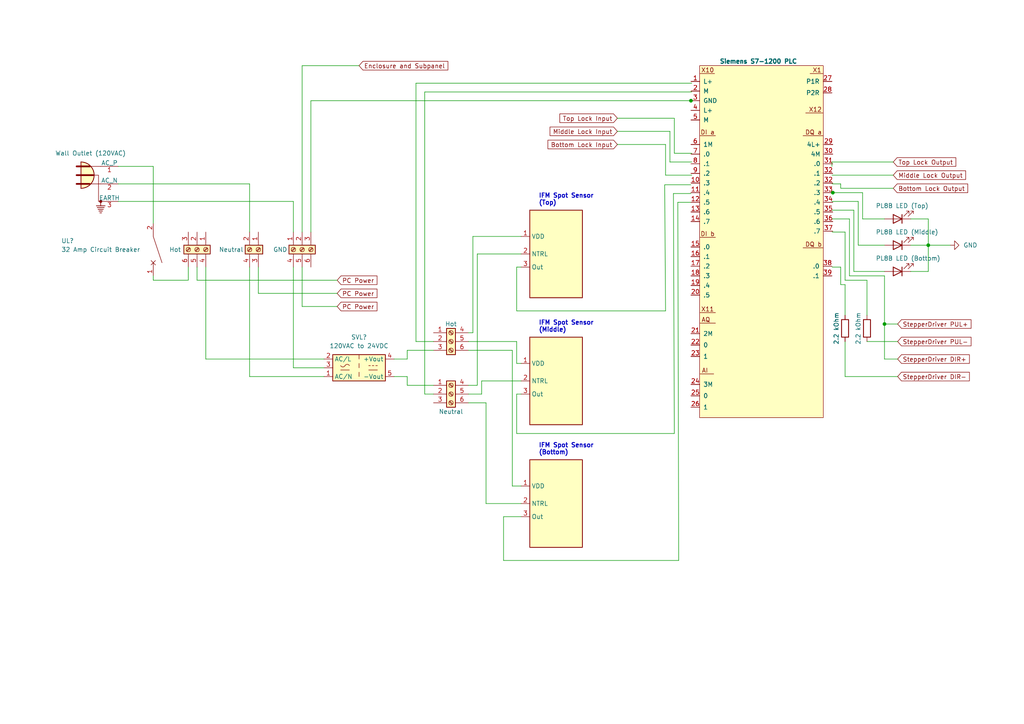
<source format=kicad_sch>
(kicad_sch (version 20211123) (generator eeschema)

  (uuid e63e39d7-6ac0-4ffd-8aa3-1841a4541b55)

  (paper "A4")

  (title_block
    (title "Spot Sensor Schematic")
    (date "2023-02-07")
    (rev "2")
    (company "Capstone Team 5")
  )

  (lib_symbols
    (symbol "Connector:Conn_WallPlug_Earth" (pin_names (offset 0)) (in_bom yes) (on_board yes)
      (property "Reference" "P" (id 0) (at 0 3.81 0)
        (effects (font (size 1.27 1.27)) (justify bottom))
      )
      (property "Value" "Conn_WallPlug_Earth" (id 1) (at -5.08 0 90)
        (effects (font (size 1.27 1.27)) (justify bottom))
      )
      (property "Footprint" "" (id 2) (at 10.16 0 0)
        (effects (font (size 1.27 1.27)) hide)
      )
      (property "Datasheet" "~" (id 3) (at 10.16 0 0)
        (effects (font (size 1.27 1.27)) hide)
      )
      (property "ki_keywords" "wall plug 110VAC 220VAC" (id 4) (at 0 0 0)
        (effects (font (size 1.27 1.27)) hide)
      )
      (property "ki_description" "3-pin general wall plug, with Earth wire (110VAC, 220VAC)" (id 5) (at 0 0 0)
        (effects (font (size 1.27 1.27)) hide)
      )
      (symbol "Conn_WallPlug_Earth_0_1"
        (arc (start -3.175 -3.81) (mid 0.635 0) (end -3.175 3.81)
          (stroke (width 0.254) (type default) (color 0 0 0 0))
          (fill (type background))
        )
        (polyline
          (pts
            (xy -4.445 -2.54)
            (xy -0.635 -2.54)
          )
          (stroke (width 0.508) (type default) (color 0 0 0 0))
          (fill (type none))
        )
        (polyline
          (pts
            (xy -4.445 0)
            (xy 0.508 0)
          )
          (stroke (width 0.508) (type default) (color 0 0 0 0))
          (fill (type none))
        )
        (polyline
          (pts
            (xy -4.445 2.54)
            (xy -0.635 2.54)
          )
          (stroke (width 0.508) (type default) (color 0 0 0 0))
          (fill (type none))
        )
        (polyline
          (pts
            (xy -3.175 -3.81)
            (xy -3.175 3.81)
          )
          (stroke (width 0.254) (type default) (color 0 0 0 0))
          (fill (type none))
        )
        (polyline
          (pts
            (xy -0.635 -2.54)
            (xy 2.54 -2.54)
          )
          (stroke (width 0) (type default) (color 0 0 0 0))
          (fill (type none))
        )
        (polyline
          (pts
            (xy -0.635 2.54)
            (xy 2.54 2.54)
          )
          (stroke (width 0) (type default) (color 0 0 0 0))
          (fill (type none))
        )
        (polyline
          (pts
            (xy 1.524 -9.398)
            (xy 3.556 -9.398)
          )
          (stroke (width 0.2032) (type default) (color 0 0 0 0))
          (fill (type none))
        )
        (polyline
          (pts
            (xy 1.778 -9.906)
            (xy 3.302 -9.906)
          )
          (stroke (width 0.2032) (type default) (color 0 0 0 0))
          (fill (type none))
        )
        (polyline
          (pts
            (xy 2.032 -10.414)
            (xy 3.048 -10.414)
          )
          (stroke (width 0.2032) (type default) (color 0 0 0 0))
          (fill (type none))
        )
        (polyline
          (pts
            (xy 2.286 -10.922)
            (xy 2.794 -10.922)
          )
          (stroke (width 0.2032) (type default) (color 0 0 0 0))
          (fill (type none))
        )
        (polyline
          (pts
            (xy 2.54 -7.62)
            (xy 2.54 -8.89)
          )
          (stroke (width 0.2032) (type default) (color 0 0 0 0))
          (fill (type none))
        )
        (polyline
          (pts
            (xy 3.81 -8.89)
            (xy 1.27 -8.89)
          )
          (stroke (width 0.2032) (type default) (color 0 0 0 0))
          (fill (type none))
        )
        (polyline
          (pts
            (xy 2.54 -7.62)
            (xy 1.905 -7.62)
            (xy 1.905 0)
            (xy -4.445 0)
          )
          (stroke (width 0) (type default) (color 0 0 0 0))
          (fill (type none))
        )
        (circle (center 2.54 -7.62) (radius 0.3556)
          (stroke (width 0) (type default) (color 0 0 0 0))
          (fill (type outline))
        )
      )
      (symbol "Conn_WallPlug_Earth_1_1"
        (pin power_out line (at 7.62 2.54 180) (length 5.08)
          (name "AC_P" (effects (font (size 1.27 1.27))))
          (number "1" (effects (font (size 1.27 1.27))))
        )
        (pin power_out line (at 7.62 -2.54 180) (length 5.08)
          (name "AC_N" (effects (font (size 1.27 1.27))))
          (number "2" (effects (font (size 1.27 1.27))))
        )
        (pin passive line (at 7.62 -7.62 180) (length 5.08)
          (name "EARTH" (effects (font (size 1.27 1.27))))
          (number "3" (effects (font (size 1.27 1.27))))
        )
      )
    )
    (symbol "Connector:Neutral" (pin_names (offset 1.016) hide) (in_bom yes) (on_board yes)
      (property "Reference" "J?" (id 0) (at -0.762 -6.096 0)
        (effects (font (size 1.27 1.27)) (justify left) hide)
      )
      (property "Value" "Neutral" (id 1) (at -3.302 3.81 0)
        (effects (font (size 1.27 1.27)) (justify left))
      )
      (property "Footprint" "" (id 2) (at 0 0 0)
        (effects (font (size 1.27 1.27)) hide)
      )
      (property "Datasheet" "~" (id 3) (at 0 0 0)
        (effects (font (size 1.27 1.27)) hide)
      )
      (property "ki_keywords" "screw terminal" (id 4) (at 0 0 0)
        (effects (font (size 1.27 1.27)) hide)
      )
      (property "ki_description" "Generic screw terminal, single row, 01x02, script generated (kicad-library-utils/schlib/autogen/connector/)" (id 5) (at 0 0 0)
        (effects (font (size 1.27 1.27)) hide)
      )
      (property "ki_fp_filters" "TerminalBlock*:*" (id 6) (at 0 0 0)
        (effects (font (size 1.27 1.27)) hide)
      )
      (symbol "Neutral_1_1"
        (rectangle (start -1.27 1.27) (end 1.27 -3.81)
          (stroke (width 0.254) (type default) (color 0 0 0 0))
          (fill (type background))
        )
        (circle (center 0 -2.54) (radius 0.635)
          (stroke (width 0.1524) (type default) (color 0 0 0 0))
          (fill (type none))
        )
        (polyline
          (pts
            (xy -0.5334 -2.2098)
            (xy 0.3302 -3.048)
          )
          (stroke (width 0.1524) (type default) (color 0 0 0 0))
          (fill (type none))
        )
        (polyline
          (pts
            (xy -0.5334 0.3302)
            (xy 0.3302 -0.508)
          )
          (stroke (width 0.1524) (type default) (color 0 0 0 0))
          (fill (type none))
        )
        (polyline
          (pts
            (xy -0.3556 -2.032)
            (xy 0.508 -2.8702)
          )
          (stroke (width 0.1524) (type default) (color 0 0 0 0))
          (fill (type none))
        )
        (polyline
          (pts
            (xy -0.3556 0.508)
            (xy 0.508 -0.3302)
          )
          (stroke (width 0.1524) (type default) (color 0 0 0 0))
          (fill (type none))
        )
        (circle (center 0 0) (radius 0.635)
          (stroke (width 0.1524) (type default) (color 0 0 0 0))
          (fill (type none))
        )
        (pin passive line (at -5.08 0 0) (length 3.81)
          (name "Pin_1" (effects (font (size 1.27 1.27))))
          (number "1" (effects (font (size 1.27 1.27))))
        )
        (pin passive line (at -5.08 -2.54 0) (length 3.81)
          (name "Pin_2" (effects (font (size 1.27 1.27))))
          (number "2" (effects (font (size 1.27 1.27))))
        )
        (pin output line (at 5.08 0 180) (length 3.81)
          (name "" (effects (font (size 1.27 1.27))))
          (number "3" (effects (font (size 1.27 1.27))))
        )
        (pin output line (at 5.08 -2.54 180) (length 3.81)
          (name "" (effects (font (size 1.27 1.27))))
          (number "4" (effects (font (size 1.27 1.27))))
        )
      )
    )
    (symbol "Device:CircuitBreaker_1P" (in_bom yes) (on_board yes)
      (property "Reference" "CB" (id 0) (at 1.905 0 0)
        (effects (font (size 1.27 1.27)) (justify left))
      )
      (property "Value" "CircuitBreaker_1P" (id 1) (at 1.905 1.905 0)
        (effects (font (size 1.27 1.27)) (justify left))
      )
      (property "Footprint" "" (id 2) (at 0 0 0)
        (effects (font (size 1.27 1.27)) hide)
      )
      (property "Datasheet" "~" (id 3) (at 0 0 0)
        (effects (font (size 1.27 1.27)) hide)
      )
      (property "ki_keywords" "CB" (id 4) (at 0 0 0)
        (effects (font (size 1.27 1.27)) hide)
      )
      (property "ki_description" "Single pole circuit breaker" (id 5) (at 0 0 0)
        (effects (font (size 1.27 1.27)) hide)
      )
      (symbol "CircuitBreaker_1P_0_1"
        (polyline
          (pts
            (xy 0 -5.08)
            (xy 0 -3.81)
          )
          (stroke (width 0) (type default) (color 0 0 0 0))
          (fill (type none))
        )
        (polyline
          (pts
            (xy 0 -3.81)
            (xy -2.54 3.81)
          )
          (stroke (width 0) (type default) (color 0 0 0 0))
          (fill (type none))
        )
      )
      (symbol "CircuitBreaker_1P_1_1"
        (polyline
          (pts
            (xy -0.635 4.445)
            (xy 0.635 3.175)
          )
          (stroke (width 0) (type default) (color 0 0 0 0))
          (fill (type none))
        )
        (polyline
          (pts
            (xy 0 5.08)
            (xy 0 3.81)
          )
          (stroke (width 0) (type default) (color 0 0 0 0))
          (fill (type none))
        )
        (polyline
          (pts
            (xy 0.635 4.445)
            (xy -0.635 3.175)
          )
          (stroke (width 0) (type default) (color 0 0 0 0))
          (fill (type none))
        )
        (pin passive line (at 0 7.62 270) (length 2.54)
          (name "~" (effects (font (size 1.27 1.27))))
          (number "1" (effects (font (size 1.27 1.27))))
        )
        (pin passive line (at 0 -7.62 90) (length 2.54)
          (name "~" (effects (font (size 1.27 1.27))))
          (number "2" (effects (font (size 1.27 1.27))))
        )
      )
    )
    (symbol "Device:LED" (pin_numbers hide) (pin_names (offset 1.016) hide) (in_bom yes) (on_board yes)
      (property "Reference" "D" (id 0) (at 0 2.54 0)
        (effects (font (size 1.27 1.27)))
      )
      (property "Value" "LED" (id 1) (at 0 -2.54 0)
        (effects (font (size 1.27 1.27)))
      )
      (property "Footprint" "" (id 2) (at 0 0 0)
        (effects (font (size 1.27 1.27)) hide)
      )
      (property "Datasheet" "~" (id 3) (at 0 0 0)
        (effects (font (size 1.27 1.27)) hide)
      )
      (property "ki_keywords" "LED diode" (id 4) (at 0 0 0)
        (effects (font (size 1.27 1.27)) hide)
      )
      (property "ki_description" "Light emitting diode" (id 5) (at 0 0 0)
        (effects (font (size 1.27 1.27)) hide)
      )
      (property "ki_fp_filters" "LED* LED_SMD:* LED_THT:*" (id 6) (at 0 0 0)
        (effects (font (size 1.27 1.27)) hide)
      )
      (symbol "LED_0_1"
        (polyline
          (pts
            (xy -1.27 -1.27)
            (xy -1.27 1.27)
          )
          (stroke (width 0.254) (type default) (color 0 0 0 0))
          (fill (type none))
        )
        (polyline
          (pts
            (xy -1.27 0)
            (xy 1.27 0)
          )
          (stroke (width 0) (type default) (color 0 0 0 0))
          (fill (type none))
        )
        (polyline
          (pts
            (xy 1.27 -1.27)
            (xy 1.27 1.27)
            (xy -1.27 0)
            (xy 1.27 -1.27)
          )
          (stroke (width 0.254) (type default) (color 0 0 0 0))
          (fill (type none))
        )
        (polyline
          (pts
            (xy -3.048 -0.762)
            (xy -4.572 -2.286)
            (xy -3.81 -2.286)
            (xy -4.572 -2.286)
            (xy -4.572 -1.524)
          )
          (stroke (width 0) (type default) (color 0 0 0 0))
          (fill (type none))
        )
        (polyline
          (pts
            (xy -1.778 -0.762)
            (xy -3.302 -2.286)
            (xy -2.54 -2.286)
            (xy -3.302 -2.286)
            (xy -3.302 -1.524)
          )
          (stroke (width 0) (type default) (color 0 0 0 0))
          (fill (type none))
        )
      )
      (symbol "LED_1_1"
        (pin passive line (at -3.81 0 0) (length 2.54)
          (name "K" (effects (font (size 1.27 1.27))))
          (number "1" (effects (font (size 1.27 1.27))))
        )
        (pin passive line (at 3.81 0 180) (length 2.54)
          (name "A" (effects (font (size 1.27 1.27))))
          (number "2" (effects (font (size 1.27 1.27))))
        )
      )
    )
    (symbol "Device:R" (pin_numbers hide) (pin_names (offset 0)) (in_bom yes) (on_board yes)
      (property "Reference" "R" (id 0) (at 2.032 0 90)
        (effects (font (size 1.27 1.27)))
      )
      (property "Value" "R" (id 1) (at 0 0 90)
        (effects (font (size 1.27 1.27)))
      )
      (property "Footprint" "" (id 2) (at -1.778 0 90)
        (effects (font (size 1.27 1.27)) hide)
      )
      (property "Datasheet" "~" (id 3) (at 0 0 0)
        (effects (font (size 1.27 1.27)) hide)
      )
      (property "ki_keywords" "R res resistor" (id 4) (at 0 0 0)
        (effects (font (size 1.27 1.27)) hide)
      )
      (property "ki_description" "Resistor" (id 5) (at 0 0 0)
        (effects (font (size 1.27 1.27)) hide)
      )
      (property "ki_fp_filters" "R_*" (id 6) (at 0 0 0)
        (effects (font (size 1.27 1.27)) hide)
      )
      (symbol "R_0_1"
        (rectangle (start -1.016 -2.54) (end 1.016 2.54)
          (stroke (width 0.254) (type default) (color 0 0 0 0))
          (fill (type none))
        )
      )
      (symbol "R_1_1"
        (pin passive line (at 0 3.81 270) (length 1.27)
          (name "~" (effects (font (size 1.27 1.27))))
          (number "1" (effects (font (size 1.27 1.27))))
        )
        (pin passive line (at 0 -3.81 90) (length 1.27)
          (name "~" (effects (font (size 1.27 1.27))))
          (number "2" (effects (font (size 1.27 1.27))))
        )
      )
    )
    (symbol "Distance Sensor_2" (in_bom yes) (on_board yes)
      (property "Reference" "U?" (id 0) (at 7.62 16.51 0)
        (effects (font (size 1.27 1.27)) (justify left) hide)
      )
      (property "Value" "Distance Sensor" (id 1) (at 12.065 13.97 0)
        (effects (font (size 1.27 1.27)) hide)
      )
      (property "Footprint" "Sensor_Distance:ST_VL53L1x" (id 2) (at -12.7 40.64 0)
        (effects (font (size 1.27 1.27)) hide)
      )
      (property "Datasheet" "https://www.st.com/resource/en/datasheet/vl53l1x.pdf" (id 3) (at -5.08 36.83 0)
        (effects (font (size 1.27 1.27)) hide)
      )
      (property "ki_keywords" "VL53L1x ToF" (id 4) (at 0 0 0)
        (effects (font (size 1.27 1.27)) hide)
      )
      (property "ki_description" "4m distance ranging ToF sensor" (id 5) (at 0 0 0)
        (effects (font (size 1.27 1.27)) hide)
      )
      (property "ki_fp_filters" "ST*VL53L1x*" (id 6) (at 0 0 0)
        (effects (font (size 1.27 1.27)) hide)
      )
      (symbol "Distance Sensor_2_0_1"
        (rectangle (start -7.62 12.7) (end 7.62 -12.7)
          (stroke (width 0.254) (type default) (color 0 0 0 0))
          (fill (type background))
        )
      )
      (symbol "Distance Sensor_2_1_1"
        (pin power_in line (at -10.16 5.08 0) (length 2.54)
          (name "VDD" (effects (font (size 1.27 1.27))))
          (number "1" (effects (font (size 1.27 1.27))))
        )
        (pin passive line (at 17.78 -16.51 90) (length 2.54) hide
          (name "GND" (effects (font (size 1.27 1.27))))
          (number "12" (effects (font (size 1.27 1.27))))
        )
        (pin bidirectional line (at -10.16 0 0) (length 2.54)
          (name "NTRL" (effects (font (size 1.27 1.27))))
          (number "2" (effects (font (size 1.27 1.27))))
        )
        (pin power_in line (at -10.16 -3.81 0) (length 2.54)
          (name "Out" (effects (font (size 1.27 1.27))))
          (number "3" (effects (font (size 1.27 1.27))))
        )
        (pin passive line (at 26.67 -13.97 90) (length 2.54) hide
          (name "GND" (effects (font (size 1.27 1.27))))
          (number "4" (effects (font (size 1.27 1.27))))
        )
        (pin passive line (at 34.29 -13.97 90) (length 2.54) hide
          (name "GND" (effects (font (size 1.27 1.27))))
          (number "6" (effects (font (size 1.27 1.27))))
        )
        (pin no_connect line (at -7.62 7.62 0) (length 2.54) hide
          (name "DNC" (effects (font (size 1.27 1.27))))
          (number "8" (effects (font (size 1.27 1.27))))
        )
      )
    )
    (symbol "HS-40024_1" (in_bom yes) (on_board yes)
      (property "Reference" "SVL524100" (id 0) (at 0 8.89 0)
        (effects (font (size 1.27 1.27)) hide)
      )
      (property "Value" "HS-40024_1" (id 1) (at 0 6.35 0)
        (effects (font (size 1.27 1.27)))
      )
      (property "Footprint" "Converter_ACDC:Converter_ACDC_Hahn_HS-400xx_THT" (id 2) (at 0 -7.62 0)
        (effects (font (size 1.27 1.27)) hide)
      )
      (property "Datasheet" "https://www.schukat.com/schukat/pdf.nsf/index/17647BA7403E2D39C1257B810041F34E/$file/HS-40024-Serie%20Schemazeichnung-A3%20(1).pdf" (id 3) (at 0 -10.16 0)
        (effects (font (size 1.27 1.27)) hide)
      )
      (property "ki_keywords" "24V 3W AC-DC module power supply" (id 4) (at 0 0 0)
        (effects (font (size 1.27 1.27)) hide)
      )
      (property "ki_description" "24V, 3W, AC-DC module power supply, Hahn" (id 5) (at 0 0 0)
        (effects (font (size 1.27 1.27)) hide)
      )
      (property "ki_fp_filters" "Converter*ACDC*Hahn*HS*400xx*" (id 6) (at 0 0 0)
        (effects (font (size 1.27 1.27)) hide)
      )
      (symbol "HS-40024_1_0_1"
        (rectangle (start -7.62 3.81) (end 7.62 -3.81)
          (stroke (width 0.254) (type default) (color 0 0 0 0))
          (fill (type background))
        )
        (arc (start -5.334 0.635) (mid -4.699 0.2495) (end -4.064 0.635)
          (stroke (width 0) (type default) (color 0 0 0 0))
          (fill (type none))
        )
        (arc (start -2.794 0.635) (mid -3.429 1.0072) (end -4.064 0.635)
          (stroke (width 0) (type default) (color 0 0 0 0))
          (fill (type none))
        )
        (polyline
          (pts
            (xy -5.334 -0.635)
            (xy -2.794 -0.635)
          )
          (stroke (width 0) (type default) (color 0 0 0 0))
          (fill (type none))
        )
        (polyline
          (pts
            (xy 2.794 -0.635)
            (xy 5.334 -0.635)
          )
          (stroke (width 0) (type default) (color 0 0 0 0))
          (fill (type none))
        )
        (polyline
          (pts
            (xy 2.794 0.635)
            (xy 3.302 0.635)
          )
          (stroke (width 0) (type default) (color 0 0 0 0))
          (fill (type none))
        )
        (polyline
          (pts
            (xy 3.81 0.635)
            (xy 4.318 0.635)
          )
          (stroke (width 0) (type default) (color 0 0 0 0))
          (fill (type none))
        )
        (polyline
          (pts
            (xy 4.826 0.635)
            (xy 5.334 0.635)
          )
          (stroke (width 0) (type default) (color 0 0 0 0))
          (fill (type none))
        )
      )
      (symbol "HS-40024_1_1_1"
        (polyline
          (pts
            (xy 0 -1.27)
            (xy 0 -2.54)
          )
          (stroke (width 0) (type default) (color 0 0 0 0))
          (fill (type none))
        )
        (polyline
          (pts
            (xy 0 1.27)
            (xy 0 0)
          )
          (stroke (width 0) (type default) (color 0 0 0 0))
          (fill (type none))
        )
        (polyline
          (pts
            (xy 0 3.81)
            (xy 0 2.54)
          )
          (stroke (width 0) (type default) (color 0 0 0 0))
          (fill (type none))
        )
        (pin power_in line (at -10.16 -2.54 0) (length 2.54)
          (name "AC/N" (effects (font (size 1.27 1.27))))
          (number "1" (effects (font (size 1.27 1.27))))
        )
        (pin power_in line (at -10.16 2.54 0) (length 2.54)
          (name "AC/L" (effects (font (size 1.27 1.27))))
          (number "2" (effects (font (size 1.27 1.27))))
        )
        (pin input line (at -10.16 0 0) (length 2.54)
          (name "" (effects (font (size 1.27 1.27))))
          (number "3" (effects (font (size 1.27 1.27))))
        )
        (pin power_out line (at 10.16 2.54 180) (length 2.54)
          (name "+Vout" (effects (font (size 1.27 1.27))))
          (number "4" (effects (font (size 1.27 1.27))))
        )
        (pin power_out line (at 10.16 -2.54 180) (length 2.54)
          (name "-Vout" (effects (font (size 1.27 1.27))))
          (number "5" (effects (font (size 1.27 1.27))))
        )
      )
    )
    (symbol "PLC_1" (pin_names (offset 1.016)) (in_bom yes) (on_board yes)
      (property "Reference" "U?" (id 0) (at -10.16 24.13 0)
        (effects (font (size 1.27 1.27)) hide)
      )
      (property "Value" "Siemens S7-1200 PLC" (id 1) (at -9.652 24.384 0)
        (effects (font (size 1.27 1.27) bold))
      )
      (property "Footprint" "" (id 2) (at -17.78 0 0)
        (effects (font (size 1.27 1.27)) hide)
      )
      (property "Datasheet" "" (id 3) (at -17.78 0 0)
        (effects (font (size 1.27 1.27)) hide)
      )
      (property "ki_keywords" "Stepper Motor Controller" (id 4) (at 0 0 0)
        (effects (font (size 1.27 1.27)) hide)
      )
      (property "ki_description" "Stepper Motor Controller, DIP-20/SO-20" (id 5) (at 0 0 0)
        (effects (font (size 1.27 1.27)) hide)
      )
      (property "ki_fp_filters" "DIP* SO*" (id 6) (at 0 0 0)
        (effects (font (size 1.27 1.27)) hide)
      )
      (symbol "PLC_1_0_0"
        (polyline
          (pts
            (xy -26.67 -66.294)
            (xy -22.606 -66.294)
          )
          (stroke (width 0) (type default) (color 0 0 0 0))
          (fill (type none))
        )
        (polyline
          (pts
            (xy -26.67 -51.562)
            (xy -22.098 -51.562)
          )
          (stroke (width 0) (type default) (color 0 0 0 0))
          (fill (type none))
        )
        (polyline
          (pts
            (xy -26.67 -48.514)
            (xy -22.098 -48.514)
          )
          (stroke (width 0) (type default) (color 0 0 0 0))
          (fill (type none))
        )
        (polyline
          (pts
            (xy -26.67 -26.67)
            (xy -22.098 -26.67)
          )
          (stroke (width 0) (type default) (color 0 0 0 0))
          (fill (type none))
        )
        (polyline
          (pts
            (xy -26.67 2.794)
            (xy -22.098 2.794)
          )
          (stroke (width 0) (type default) (color 0 0 0 0))
          (fill (type none))
        )
        (polyline
          (pts
            (xy -26.67 20.828)
            (xy -22.352 20.828)
          )
          (stroke (width 0) (type default) (color 0 0 0 0))
          (fill (type none))
        )
        (polyline
          (pts
            (xy 9.144 -29.718)
            (xy 3.302 -29.718)
          )
          (stroke (width 0) (type default) (color 0 0 0 0))
          (fill (type none))
        )
        (polyline
          (pts
            (xy 9.144 2.794)
            (xy 3.302 2.794)
          )
          (stroke (width 0) (type default) (color 0 0 0 0))
          (fill (type none))
        )
        (polyline
          (pts
            (xy 9.144 9.398)
            (xy 4.064 9.398)
          )
          (stroke (width 0) (type default) (color 0 0 0 0))
          (fill (type none))
        )
        (polyline
          (pts
            (xy 9.144 20.828)
            (xy 5.334 20.828)
          )
          (stroke (width 0) (type default) (color 0 0 0 0))
          (fill (type none))
        )
        (text "AI" (at -25.146 -65.278 0)
          (effects (font (size 1.27 1.27)))
        )
        (text "AQ" (at -24.892 -50.546 0)
          (effects (font (size 1.27 1.27)))
        )
        (text "DI a" (at -24.384 3.81 0)
          (effects (font (size 1.27 1.27)))
        )
        (text "DI b" (at -24.384 -25.654 0)
          (effects (font (size 1.27 1.27)))
        )
        (text "DQ a" (at 6.35 3.81 0)
          (effects (font (size 1.27 1.27)))
        )
        (text "DQ b" (at 6.35 -28.702 0)
          (effects (font (size 1.27 1.27)))
        )
        (text "X1" (at 7.366 21.844 0)
          (effects (font (size 1.27 1.27)))
        )
        (text "X10" (at -24.384 21.844 0)
          (effects (font (size 1.27 1.27)))
        )
        (text "X11" (at -24.384 -47.498 0)
          (effects (font (size 1.27 1.27)))
        )
        (text "X12" (at 6.858 10.414 0)
          (effects (font (size 1.27 1.27)))
        )
      )
      (symbol "PLC_1_0_1"
        (rectangle (start -26.67 23.114) (end 9.144 -78.994)
          (stroke (width 0) (type default) (color 0 0 0 0))
          (fill (type background))
        )
      )
      (symbol "PLC_1_1_1"
        (pin input line (at -29.21 18.542 0) (length 2.54)
          (name "L+" (effects (font (size 1.27 1.27))))
          (number "1" (effects (font (size 1.27 1.27))))
        )
        (pin input line (at -29.21 -10.922 0) (length 2.54)
          (name ".3" (effects (font (size 1.27 1.27))))
          (number "10" (effects (font (size 1.27 1.27))))
        )
        (pin input line (at -29.21 -13.716 0) (length 2.54)
          (name ".4" (effects (font (size 1.27 1.27))))
          (number "11" (effects (font (size 1.27 1.27))))
        )
        (pin input line (at -29.21 -16.51 0) (length 2.54)
          (name ".5" (effects (font (size 1.27 1.27))))
          (number "12" (effects (font (size 1.27 1.27))))
        )
        (pin input line (at -29.21 -19.304 0) (length 2.54)
          (name ".6" (effects (font (size 1.27 1.27))))
          (number "13" (effects (font (size 1.27 1.27))))
        )
        (pin input line (at -29.21 -22.098 0) (length 2.54)
          (name ".7" (effects (font (size 1.27 1.27))))
          (number "14" (effects (font (size 1.27 1.27))))
        )
        (pin input line (at -29.21 -29.464 0) (length 2.54)
          (name ".0" (effects (font (size 1.27 1.27))))
          (number "15" (effects (font (size 1.27 1.27))))
        )
        (pin input line (at -29.21 -32.258 0) (length 2.54)
          (name ".1" (effects (font (size 1.27 1.27))))
          (number "16" (effects (font (size 1.27 1.27))))
        )
        (pin input line (at -29.21 -35.052 0) (length 2.54)
          (name ".2" (effects (font (size 1.27 1.27))))
          (number "17" (effects (font (size 1.27 1.27))))
        )
        (pin input line (at -29.21 -37.846 0) (length 2.54)
          (name ".3" (effects (font (size 1.27 1.27))))
          (number "18" (effects (font (size 1.27 1.27))))
        )
        (pin input line (at -29.21 -40.64 0) (length 2.54)
          (name ".4" (effects (font (size 1.27 1.27))))
          (number "19" (effects (font (size 1.27 1.27))))
        )
        (pin input line (at -29.21 15.748 0) (length 2.54)
          (name "M" (effects (font (size 1.27 1.27))))
          (number "2" (effects (font (size 1.27 1.27))))
        )
        (pin input line (at -29.21 -43.434 0) (length 2.54)
          (name ".5" (effects (font (size 1.27 1.27))))
          (number "20" (effects (font (size 1.27 1.27))))
        )
        (pin output line (at -29.21 -54.61 0) (length 2.54)
          (name "2M" (effects (font (size 1.27 1.27))))
          (number "21" (effects (font (size 1.27 1.27))))
        )
        (pin output line (at -29.21 -57.912 0) (length 2.54)
          (name "0" (effects (font (size 1.27 1.27))))
          (number "22" (effects (font (size 1.27 1.27))))
        )
        (pin output line (at -29.21 -61.214 0) (length 2.54)
          (name "1" (effects (font (size 1.27 1.27))))
          (number "23" (effects (font (size 1.27 1.27))))
        )
        (pin input line (at -29.21 -69.342 0) (length 2.54)
          (name "3M" (effects (font (size 1.27 1.27))))
          (number "24" (effects (font (size 1.27 1.27))))
        )
        (pin input line (at -29.21 -72.644 0) (length 2.54)
          (name "0" (effects (font (size 1.27 1.27))))
          (number "25" (effects (font (size 1.27 1.27))))
        )
        (pin input line (at -29.21 -75.946 0) (length 2.54)
          (name "1" (effects (font (size 1.27 1.27))))
          (number "26" (effects (font (size 1.27 1.27))))
        )
        (pin bidirectional line (at 11.684 18.542 180) (length 2.54)
          (name "P1R" (effects (font (size 1.27 1.27))))
          (number "27" (effects (font (size 1.27 1.27))))
        )
        (pin bidirectional line (at 11.684 15.24 180) (length 2.54)
          (name "P2R" (effects (font (size 1.27 1.27))))
          (number "28" (effects (font (size 1.27 1.27))))
        )
        (pin output line (at 11.938 0.254 180) (length 2.54)
          (name "4L+" (effects (font (size 1.27 1.27))))
          (number "29" (effects (font (size 1.27 1.27))))
        )
        (pin input line (at -29.21 12.954 0) (length 2.54)
          (name "GND" (effects (font (size 1.27 1.27))))
          (number "3" (effects (font (size 1.27 1.27))))
        )
        (pin output line (at 11.938 -2.54 180) (length 2.54)
          (name "4M" (effects (font (size 1.27 1.27))))
          (number "30" (effects (font (size 1.27 1.27))))
        )
        (pin output line (at 11.938 -5.334 180) (length 2.54)
          (name ".0" (effects (font (size 1.27 1.27))))
          (number "31" (effects (font (size 1.27 1.27))))
        )
        (pin output line (at 11.938 -8.128 180) (length 2.54)
          (name ".1" (effects (font (size 1.27 1.27))))
          (number "32" (effects (font (size 1.27 1.27))))
        )
        (pin output line (at 11.938 -10.922 180) (length 2.54)
          (name ".2" (effects (font (size 1.27 1.27))))
          (number "32" (effects (font (size 1.27 1.27))))
        )
        (pin output line (at 11.938 -13.716 180) (length 2.54)
          (name ".3" (effects (font (size 1.27 1.27))))
          (number "33" (effects (font (size 1.27 1.27))))
        )
        (pin output line (at 11.938 -16.51 180) (length 2.54)
          (name ".4" (effects (font (size 1.27 1.27))))
          (number "34" (effects (font (size 1.27 1.27))))
        )
        (pin output line (at 11.938 -19.304 180) (length 2.54)
          (name ".5" (effects (font (size 1.27 1.27))))
          (number "35" (effects (font (size 1.27 1.27))))
        )
        (pin output line (at 11.938 -22.098 180) (length 2.54)
          (name ".6" (effects (font (size 1.27 1.27))))
          (number "36" (effects (font (size 1.27 1.27))))
        )
        (pin output line (at 11.938 -24.892 180) (length 2.54)
          (name ".7" (effects (font (size 1.27 1.27))))
          (number "37" (effects (font (size 1.27 1.27))))
        )
        (pin output line (at 11.684 -35.052 180) (length 2.54)
          (name ".0" (effects (font (size 1.27 1.27))))
          (number "38" (effects (font (size 1.27 1.27))))
        )
        (pin output line (at 11.684 -37.846 180) (length 2.54)
          (name ".1" (effects (font (size 1.27 1.27))))
          (number "39" (effects (font (size 1.27 1.27))))
        )
        (pin input line (at -29.21 10.16 0) (length 2.54)
          (name "L+" (effects (font (size 1.27 1.27))))
          (number "4" (effects (font (size 1.27 1.27))))
        )
        (pin input line (at -29.21 7.366 0) (length 2.54)
          (name "M" (effects (font (size 1.27 1.27))))
          (number "5" (effects (font (size 1.27 1.27))))
        )
        (pin input line (at -29.21 0.254 0) (length 2.54)
          (name "1M" (effects (font (size 1.27 1.27))))
          (number "6" (effects (font (size 1.27 1.27))))
        )
        (pin input line (at -29.21 -2.54 0) (length 2.54)
          (name ".0" (effects (font (size 1.27 1.27))))
          (number "7" (effects (font (size 1.27 1.27))))
        )
        (pin input line (at -29.21 -5.334 0) (length 2.54)
          (name ".1" (effects (font (size 1.27 1.27))))
          (number "8" (effects (font (size 1.27 1.27))))
        )
        (pin input line (at -29.21 -8.128 0) (length 2.54)
          (name ".2" (effects (font (size 1.27 1.27))))
          (number "9" (effects (font (size 1.27 1.27))))
        )
      )
    )
    (symbol "Screw_Terminal_01x03_1" (pin_names (offset 1.016) hide) (in_bom yes) (on_board yes)
      (property "Reference" "J?" (id 0) (at -1.016 -5.08 0)
        (effects (font (size 1.27 1.27)) (justify left) hide)
      )
      (property "Value" "Screw_Terminal_01x03_1" (id 1) (at -7.62 0 90)
        (effects (font (size 1.27 1.27)) (justify left))
      )
      (property "Footprint" "" (id 2) (at 0 0 0)
        (effects (font (size 1.27 1.27)) hide)
      )
      (property "Datasheet" "~" (id 3) (at 0 0 0)
        (effects (font (size 1.27 1.27)) hide)
      )
      (property "ki_keywords" "screw terminal" (id 4) (at 0 0 0)
        (effects (font (size 1.27 1.27)) hide)
      )
      (property "ki_description" "Generic screw terminal, single row, 01x03, script generated (kicad-library-utils/schlib/autogen/connector/)" (id 5) (at 0 0 0)
        (effects (font (size 1.27 1.27)) hide)
      )
      (property "ki_fp_filters" "TerminalBlock*:*" (id 6) (at 0 0 0)
        (effects (font (size 1.27 1.27)) hide)
      )
      (symbol "Screw_Terminal_01x03_1_1_1"
        (rectangle (start -1.27 3.81) (end 1.27 -3.81)
          (stroke (width 0.254) (type default) (color 0 0 0 0))
          (fill (type background))
        )
        (circle (center 0 -2.54) (radius 0.635)
          (stroke (width 0.1524) (type default) (color 0 0 0 0))
          (fill (type none))
        )
        (polyline
          (pts
            (xy -0.5334 -2.2098)
            (xy 0.3302 -3.048)
          )
          (stroke (width 0.1524) (type default) (color 0 0 0 0))
          (fill (type none))
        )
        (polyline
          (pts
            (xy -0.5334 0.3302)
            (xy 0.3302 -0.508)
          )
          (stroke (width 0.1524) (type default) (color 0 0 0 0))
          (fill (type none))
        )
        (polyline
          (pts
            (xy -0.5334 2.8702)
            (xy 0.3302 2.032)
          )
          (stroke (width 0.1524) (type default) (color 0 0 0 0))
          (fill (type none))
        )
        (polyline
          (pts
            (xy -0.3556 -2.032)
            (xy 0.508 -2.8702)
          )
          (stroke (width 0.1524) (type default) (color 0 0 0 0))
          (fill (type none))
        )
        (polyline
          (pts
            (xy -0.3556 0.508)
            (xy 0.508 -0.3302)
          )
          (stroke (width 0.1524) (type default) (color 0 0 0 0))
          (fill (type none))
        )
        (polyline
          (pts
            (xy -0.3556 3.048)
            (xy 0.508 2.2098)
          )
          (stroke (width 0.1524) (type default) (color 0 0 0 0))
          (fill (type none))
        )
        (circle (center 0 0) (radius 0.635)
          (stroke (width 0.1524) (type default) (color 0 0 0 0))
          (fill (type none))
        )
        (circle (center 0 2.54) (radius 0.635)
          (stroke (width 0.1524) (type default) (color 0 0 0 0))
          (fill (type none))
        )
        (pin passive line (at -5.08 2.54 0) (length 3.81)
          (name "Pin_1" (effects (font (size 1.27 1.27))))
          (number "1" (effects (font (size 1.27 1.27))))
        )
        (pin passive line (at -5.08 0 0) (length 3.81)
          (name "Pin_2" (effects (font (size 1.27 1.27))))
          (number "2" (effects (font (size 1.27 1.27))))
        )
        (pin passive line (at -5.08 -2.54 0) (length 3.81)
          (name "Pin_3" (effects (font (size 1.27 1.27))))
          (number "3" (effects (font (size 1.27 1.27))))
        )
        (pin output line (at 5.08 2.54 180) (length 3.81)
          (name "" (effects (font (size 1.27 1.27))))
          (number "4" (effects (font (size 1.27 1.27))))
        )
        (pin output line (at 5.08 0 180) (length 3.81)
          (name "" (effects (font (size 1.27 1.27))))
          (number "5" (effects (font (size 1.27 1.27))))
        )
        (pin output line (at 5.08 -2.54 180) (length 3.81)
          (name "" (effects (font (size 1.27 1.27))))
          (number "6" (effects (font (size 1.27 1.27))))
        )
      )
    )
    (symbol "Screw_Terminal_01x03_2" (pin_names (offset 1.016) hide) (in_bom yes) (on_board yes)
      (property "Reference" "J?" (id 0) (at -5.08 1.016 0)
        (effects (font (size 1.27 1.27)) (justify left) hide)
      )
      (property "Value" "Screw_Terminal_01x03_2" (id 1) (at -6.35 0 90)
        (effects (font (size 1.27 1.27)))
      )
      (property "Footprint" "" (id 2) (at 0 0 0)
        (effects (font (size 1.27 1.27)) hide)
      )
      (property "Datasheet" "~" (id 3) (at 0 0 0)
        (effects (font (size 1.27 1.27)) hide)
      )
      (property "ki_keywords" "screw terminal" (id 4) (at 0 0 0)
        (effects (font (size 1.27 1.27)) hide)
      )
      (property "ki_description" "Generic screw terminal, single row, 01x03, script generated (kicad-library-utils/schlib/autogen/connector/)" (id 5) (at 0 0 0)
        (effects (font (size 1.27 1.27)) hide)
      )
      (property "ki_fp_filters" "TerminalBlock*:*" (id 6) (at 0 0 0)
        (effects (font (size 1.27 1.27)) hide)
      )
      (symbol "Screw_Terminal_01x03_2_1_1"
        (rectangle (start -1.27 3.81) (end 1.27 -3.81)
          (stroke (width 0.254) (type default) (color 0 0 0 0))
          (fill (type background))
        )
        (circle (center 0 -2.54) (radius 0.635)
          (stroke (width 0.1524) (type default) (color 0 0 0 0))
          (fill (type none))
        )
        (polyline
          (pts
            (xy -0.5334 -2.2098)
            (xy 0.3302 -3.048)
          )
          (stroke (width 0.1524) (type default) (color 0 0 0 0))
          (fill (type none))
        )
        (polyline
          (pts
            (xy -0.5334 0.3302)
            (xy 0.3302 -0.508)
          )
          (stroke (width 0.1524) (type default) (color 0 0 0 0))
          (fill (type none))
        )
        (polyline
          (pts
            (xy -0.5334 2.8702)
            (xy 0.3302 2.032)
          )
          (stroke (width 0.1524) (type default) (color 0 0 0 0))
          (fill (type none))
        )
        (polyline
          (pts
            (xy -0.3556 -2.032)
            (xy 0.508 -2.8702)
          )
          (stroke (width 0.1524) (type default) (color 0 0 0 0))
          (fill (type none))
        )
        (polyline
          (pts
            (xy -0.3556 0.508)
            (xy 0.508 -0.3302)
          )
          (stroke (width 0.1524) (type default) (color 0 0 0 0))
          (fill (type none))
        )
        (polyline
          (pts
            (xy -0.3556 3.048)
            (xy 0.508 2.2098)
          )
          (stroke (width 0.1524) (type default) (color 0 0 0 0))
          (fill (type none))
        )
        (circle (center 0 0) (radius 0.635)
          (stroke (width 0.1524) (type default) (color 0 0 0 0))
          (fill (type none))
        )
        (circle (center 0 2.54) (radius 0.635)
          (stroke (width 0.1524) (type default) (color 0 0 0 0))
          (fill (type none))
        )
        (pin passive line (at -5.08 -2.54 0) (length 3.81)
          (name "Pin_3" (effects (font (size 1.27 1.27))))
          (number "1" (effects (font (size 1.27 1.27))))
        )
        (pin passive line (at -5.08 0 0) (length 3.81)
          (name "Pin_2" (effects (font (size 1.27 1.27))))
          (number "2" (effects (font (size 1.27 1.27))))
        )
        (pin passive line (at -5.08 2.54 0) (length 3.81)
          (name "Pin_1" (effects (font (size 1.27 1.27))))
          (number "3" (effects (font (size 1.27 1.27))))
        )
        (pin output line (at 5.08 -2.54 180) (length 3.81)
          (name "" (effects (font (size 1.27 1.27))))
          (number "4" (effects (font (size 1.27 1.27))))
        )
        (pin output line (at 5.08 0 180) (length 3.81)
          (name "" (effects (font (size 1.27 1.27))))
          (number "5" (effects (font (size 1.27 1.27))))
        )
        (pin output line (at 5.08 2.54 180) (length 3.81)
          (name "" (effects (font (size 1.27 1.27))))
          (number "6" (effects (font (size 1.27 1.27))))
        )
      )
    )
    (symbol "power:GND" (power) (pin_names (offset 0)) (in_bom yes) (on_board yes)
      (property "Reference" "#PWR" (id 0) (at 0 -6.35 0)
        (effects (font (size 1.27 1.27)) hide)
      )
      (property "Value" "GND" (id 1) (at 0 -3.81 0)
        (effects (font (size 1.27 1.27)))
      )
      (property "Footprint" "" (id 2) (at 0 0 0)
        (effects (font (size 1.27 1.27)) hide)
      )
      (property "Datasheet" "" (id 3) (at 0 0 0)
        (effects (font (size 1.27 1.27)) hide)
      )
      (property "ki_keywords" "power-flag" (id 4) (at 0 0 0)
        (effects (font (size 1.27 1.27)) hide)
      )
      (property "ki_description" "Power symbol creates a global label with name \"GND\" , ground" (id 5) (at 0 0 0)
        (effects (font (size 1.27 1.27)) hide)
      )
      (symbol "GND_0_1"
        (polyline
          (pts
            (xy 0 0)
            (xy 0 -1.27)
            (xy 1.27 -1.27)
            (xy 0 -2.54)
            (xy -1.27 -1.27)
            (xy 0 -1.27)
          )
          (stroke (width 0) (type default) (color 0 0 0 0))
          (fill (type none))
        )
      )
      (symbol "GND_1_1"
        (pin power_in line (at 0 0 270) (length 0) hide
          (name "GND" (effects (font (size 1.27 1.27))))
          (number "1" (effects (font (size 1.27 1.27))))
        )
      )
    )
  )

  (junction (at 269.24 71.12) (diameter 0) (color 0 0 0 0)
    (uuid 3ce9cf86-e11b-46e0-a9a4-254182e91005)
  )
  (junction (at 256.54 93.98) (diameter 0) (color 0 0 0 0)
    (uuid 8c85a612-01bf-4510-9a37-2572933286c5)
  )
  (junction (at 200.406 29.21) (diameter 0) (color 0 0 0 0)
    (uuid cd5c0e2d-22de-4bb1-9c13-b62c78f82414)
  )
  (junction (at 241.554 55.88) (diameter 0) (color 0 0 0 0)
    (uuid f5ae37fd-ee01-4cca-9e1e-75b15139b811)
  )

  (wire (pts (xy 118.11 109.22) (xy 118.11 111.76))
    (stroke (width 0) (type default) (color 0 0 0 0))
    (uuid 02c7928f-d09e-4c42-87ef-b558687617a0)
  )
  (wire (pts (xy 149.86 114.3) (xy 149.86 125.73))
    (stroke (width 0) (type default) (color 0 0 0 0))
    (uuid 0488f0ac-7795-468d-8ff7-2855d77a1ce0)
  )
  (wire (pts (xy 245.11 109.22) (xy 245.11 99.06))
    (stroke (width 0) (type default) (color 0 0 0 0))
    (uuid 06bf533c-e98f-4696-ad36-ee3e82172d29)
  )
  (wire (pts (xy 57.15 77.47) (xy 57.15 81.28))
    (stroke (width 0) (type default) (color 0 0 0 0))
    (uuid 0ea92114-4add-4ede-abc4-5938831a4fe1)
  )
  (wire (pts (xy 243.84 82.55) (xy 243.84 77.47))
    (stroke (width 0) (type default) (color 0 0 0 0))
    (uuid 0f57428d-eb56-465d-b3ab-ac5e9da41a04)
  )
  (wire (pts (xy 149.86 99.06) (xy 149.86 105.41))
    (stroke (width 0) (type default) (color 0 0 0 0))
    (uuid 105755f6-ade4-4eeb-901b-cef742adaa8b)
  )
  (wire (pts (xy 241.3 63.5) (xy 246.38 63.5))
    (stroke (width 0) (type default) (color 0 0 0 0))
    (uuid 1099f1a8-16dd-4766-b15b-bf03a977ce1e)
  )
  (wire (pts (xy 251.46 91.44) (xy 251.46 81.28))
    (stroke (width 0) (type default) (color 0 0 0 0))
    (uuid 134e656f-0176-42b5-bd45-cf0ddae19b40)
  )
  (wire (pts (xy 179.07 41.91) (xy 193.04 41.91))
    (stroke (width 0) (type default) (color 0 0 0 0))
    (uuid 136c1128-dc76-46e8-bbb8-d18ced5f9983)
  )
  (wire (pts (xy 192.786 53.594) (xy 193.04 90.17))
    (stroke (width 0) (type default) (color 0 0 0 0))
    (uuid 1490cc4b-3968-4b2f-a4da-7a648ac0324b)
  )
  (wire (pts (xy 193.04 41.91) (xy 193.04 50.8))
    (stroke (width 0) (type default) (color 0 0 0 0))
    (uuid 17850c97-c4f2-4fa5-8683-a7dcf0b787dd)
  )
  (wire (pts (xy 264.16 71.12) (xy 269.24 71.12))
    (stroke (width 0) (type default) (color 0 0 0 0))
    (uuid 19b7520e-7f0e-4ddf-ab4c-4fca3ac228f2)
  )
  (wire (pts (xy 135.89 111.76) (xy 138.43 111.76))
    (stroke (width 0) (type default) (color 0 0 0 0))
    (uuid 1d657f7b-b374-4939-b1cb-9a2f0b9a420d)
  )
  (wire (pts (xy 251.46 99.06) (xy 260.35 99.06))
    (stroke (width 0) (type default) (color 0 0 0 0))
    (uuid 1e7e0f51-d1e8-439c-be69-ff66e8805ab5)
  )
  (wire (pts (xy 193.04 50.8) (xy 200.66 50.8))
    (stroke (width 0) (type default) (color 0 0 0 0))
    (uuid 206b21f2-e02b-4aaa-94ab-789f37dd0ce0)
  )
  (wire (pts (xy 72.39 53.34) (xy 72.39 67.31))
    (stroke (width 0) (type default) (color 0 0 0 0))
    (uuid 20a43104-38cb-4a67-8590-5917234169dc)
  )
  (wire (pts (xy 256.54 63.5) (xy 250.19 63.5))
    (stroke (width 0) (type default) (color 0 0 0 0))
    (uuid 234aa0dd-20e1-49f3-a1c2-cff2e860839a)
  )
  (wire (pts (xy 34.29 48.26) (xy 44.45 48.26))
    (stroke (width 0) (type default) (color 0 0 0 0))
    (uuid 26c50088-80ff-43fa-a13b-801600e7555b)
  )
  (wire (pts (xy 85.09 106.68) (xy 93.98 106.68))
    (stroke (width 0) (type default) (color 0 0 0 0))
    (uuid 279cd597-6735-4af4-af86-33cfd2693447)
  )
  (wire (pts (xy 195.326 56.134) (xy 195.58 125.73))
    (stroke (width 0) (type default) (color 0 0 0 0))
    (uuid 291d62d3-189e-47a8-a0cd-681b9b7406a1)
  )
  (wire (pts (xy 123.19 26.67) (xy 200.66 26.67))
    (stroke (width 0) (type default) (color 0 0 0 0))
    (uuid 2cd36bd0-0908-4c2a-bcad-5f7a3ee1ab44)
  )
  (wire (pts (xy 241.3 77.47) (xy 243.84 77.47))
    (stroke (width 0) (type default) (color 0 0 0 0))
    (uuid 2ce2de49-4698-4f56-a6f1-640660490332)
  )
  (wire (pts (xy 118.11 104.14) (xy 118.11 101.6))
    (stroke (width 0) (type default) (color 0 0 0 0))
    (uuid 2e955124-6939-410c-81be-086896fd0cd7)
  )
  (wire (pts (xy 264.16 63.5) (xy 269.24 63.5))
    (stroke (width 0) (type default) (color 0 0 0 0))
    (uuid 31c52dca-1770-41c5-bdfb-248cada5e91f)
  )
  (wire (pts (xy 241.554 55.88) (xy 250.19 55.88))
    (stroke (width 0) (type default) (color 0 0 0 0))
    (uuid 34d59ddc-b7c3-45c0-b229-19559c09a0be)
  )
  (wire (pts (xy 179.07 38.1) (xy 194.31 38.1))
    (stroke (width 0) (type default) (color 0 0 0 0))
    (uuid 37219772-f060-45ad-922b-106c2b2caeb1)
  )
  (wire (pts (xy 57.15 81.28) (xy 97.79 81.28))
    (stroke (width 0) (type default) (color 0 0 0 0))
    (uuid 393f0e56-c2d5-4ea4-8463-50265bc94d2d)
  )
  (wire (pts (xy 90.17 29.21) (xy 200.406 29.21))
    (stroke (width 0) (type default) (color 0 0 0 0))
    (uuid 3d1fc738-a159-44ec-b8c0-b59bea383265)
  )
  (wire (pts (xy 241.3 46.99) (xy 241.3 48.26))
    (stroke (width 0) (type default) (color 0 0 0 0))
    (uuid 3da31960-7481-47f8-b33a-9e8fce3cd3a8)
  )
  (wire (pts (xy 194.31 46.99) (xy 200.66 46.99))
    (stroke (width 0) (type default) (color 0 0 0 0))
    (uuid 3dc1ac19-e8b7-480c-a844-bf23f1f774fc)
  )
  (wire (pts (xy 135.89 101.6) (xy 148.59 101.6))
    (stroke (width 0) (type default) (color 0 0 0 0))
    (uuid 42e840a1-fe21-4aad-92d1-8fff41c296d2)
  )
  (wire (pts (xy 149.86 90.17) (xy 193.04 90.17))
    (stroke (width 0) (type default) (color 0 0 0 0))
    (uuid 455d3d22-a8dd-4bf3-a9b7-ff857092f3fb)
  )
  (wire (pts (xy 195.58 44.45) (xy 200.66 44.45))
    (stroke (width 0) (type default) (color 0 0 0 0))
    (uuid 47d2551d-618c-4d1d-a08e-a5114601b067)
  )
  (wire (pts (xy 245.11 91.44) (xy 245.11 82.55))
    (stroke (width 0) (type default) (color 0 0 0 0))
    (uuid 48df61d0-ef84-44ed-a66d-0e19d1201cd9)
  )
  (wire (pts (xy 120.65 99.06) (xy 125.73 99.06))
    (stroke (width 0) (type default) (color 0 0 0 0))
    (uuid 494350ab-d17d-4de3-8b96-f15451154d6a)
  )
  (wire (pts (xy 44.45 80.01) (xy 44.45 81.28))
    (stroke (width 0) (type default) (color 0 0 0 0))
    (uuid 4cfa277c-b6f4-4575-8b74-ea83242e8813)
  )
  (wire (pts (xy 256.54 93.98) (xy 256.54 104.14))
    (stroke (width 0) (type default) (color 0 0 0 0))
    (uuid 4dfe0eb9-0273-41d7-8576-56e221fc2a81)
  )
  (wire (pts (xy 87.63 77.47) (xy 87.63 88.9))
    (stroke (width 0) (type default) (color 0 0 0 0))
    (uuid 4ea989fb-9cda-4210-89d1-fe153727e40c)
  )
  (wire (pts (xy 149.86 105.41) (xy 151.13 105.41))
    (stroke (width 0) (type default) (color 0 0 0 0))
    (uuid 4fa8e8f4-e23f-4f75-984c-9a8d60714201)
  )
  (wire (pts (xy 120.65 24.13) (xy 120.65 99.06))
    (stroke (width 0) (type default) (color 0 0 0 0))
    (uuid 4fb663c9-f561-4c50-b1e3-3d7e8e6a6f3c)
  )
  (wire (pts (xy 264.16 78.74) (xy 269.24 78.74))
    (stroke (width 0) (type default) (color 0 0 0 0))
    (uuid 546b4c8d-69ed-41bb-812a-76d97f950a3e)
  )
  (wire (pts (xy 194.31 38.1) (xy 194.31 46.99))
    (stroke (width 0) (type default) (color 0 0 0 0))
    (uuid 552ed32b-a55c-4806-a5bd-39ec7addf64d)
  )
  (wire (pts (xy 151.13 149.86) (xy 146.05 149.86))
    (stroke (width 0) (type default) (color 0 0 0 0))
    (uuid 55fa1a1e-4efc-4014-856a-bd5a194b0acf)
  )
  (wire (pts (xy 135.89 96.52) (xy 137.16 96.52))
    (stroke (width 0) (type default) (color 0 0 0 0))
    (uuid 571d7154-c304-4c7d-88a2-4cdf1ef068cf)
  )
  (wire (pts (xy 195.58 34.29) (xy 195.58 44.45))
    (stroke (width 0) (type default) (color 0 0 0 0))
    (uuid 59306a45-bd3e-424f-b392-dd8d042f817a)
  )
  (wire (pts (xy 87.63 67.31) (xy 87.63 19.05))
    (stroke (width 0) (type default) (color 0 0 0 0))
    (uuid 59f3e4f3-18ae-4237-bdd3-1afec9cedcf4)
  )
  (wire (pts (xy 114.3 104.14) (xy 118.11 104.14))
    (stroke (width 0) (type default) (color 0 0 0 0))
    (uuid 5daca09e-60a3-4181-a1f0-19c5300b582a)
  )
  (wire (pts (xy 149.86 125.73) (xy 195.58 125.73))
    (stroke (width 0) (type default) (color 0 0 0 0))
    (uuid 601954a1-56ea-4dd2-94da-48968966a602)
  )
  (wire (pts (xy 139.7 110.49) (xy 151.13 110.49))
    (stroke (width 0) (type default) (color 0 0 0 0))
    (uuid 60ce2195-abed-4572-b630-67078f8df4ce)
  )
  (wire (pts (xy 148.59 140.97) (xy 151.13 140.97))
    (stroke (width 0) (type default) (color 0 0 0 0))
    (uuid 6a12961f-45a8-472c-825c-b99f401cf464)
  )
  (wire (pts (xy 137.16 68.58) (xy 151.13 68.58))
    (stroke (width 0) (type default) (color 0 0 0 0))
    (uuid 6b0610c8-07fa-405a-a029-c5fe9406307a)
  )
  (wire (pts (xy 241.3 50.8) (xy 259.08 50.8))
    (stroke (width 0) (type default) (color 0 0 0 0))
    (uuid 6bc1e74b-adc8-45fd-94aa-3a55d1213b87)
  )
  (wire (pts (xy 260.35 93.98) (xy 256.54 93.98))
    (stroke (width 0) (type default) (color 0 0 0 0))
    (uuid 6d912c41-a9ca-4c36-93fb-be5a59df6e87)
  )
  (wire (pts (xy 85.09 77.47) (xy 85.09 106.68))
    (stroke (width 0) (type default) (color 0 0 0 0))
    (uuid 7131ee3d-de36-4b6f-a391-6695d97d81c2)
  )
  (wire (pts (xy 269.24 71.12) (xy 275.59 71.12))
    (stroke (width 0) (type default) (color 0 0 0 0))
    (uuid 716da62c-457f-4490-93cd-7c27f526baa8)
  )
  (wire (pts (xy 140.97 116.84) (xy 140.97 146.05))
    (stroke (width 0) (type default) (color 0 0 0 0))
    (uuid 752ee4b6-42aa-47de-acad-b1ca3846b14e)
  )
  (wire (pts (xy 146.05 162.56) (xy 196.85 162.56))
    (stroke (width 0) (type default) (color 0 0 0 0))
    (uuid 75e817be-ee0f-4c24-951a-135d32fd8eb2)
  )
  (wire (pts (xy 256.54 80.01) (xy 246.38 80.01))
    (stroke (width 0) (type default) (color 0 0 0 0))
    (uuid 768808f5-c459-4627-a133-a0867f83d309)
  )
  (wire (pts (xy 256.54 93.98) (xy 256.54 80.01))
    (stroke (width 0) (type default) (color 0 0 0 0))
    (uuid 79b51f07-88ba-4a4c-a59d-0e30fe36654e)
  )
  (wire (pts (xy 114.3 109.22) (xy 118.11 109.22))
    (stroke (width 0) (type default) (color 0 0 0 0))
    (uuid 7c2c7978-0926-492c-8e3d-93ac33c3f226)
  )
  (wire (pts (xy 245.11 82.55) (xy 243.84 82.55))
    (stroke (width 0) (type default) (color 0 0 0 0))
    (uuid 8054ab61-cf2a-409f-afee-4cfe319a02a0)
  )
  (wire (pts (xy 241.3 53.34) (xy 243.84 53.34))
    (stroke (width 0) (type default) (color 0 0 0 0))
    (uuid 8181cadd-94ab-4c6b-ad4c-986b76710691)
  )
  (wire (pts (xy 151.13 77.47) (xy 149.86 77.47))
    (stroke (width 0) (type default) (color 0 0 0 0))
    (uuid 834f3adc-be04-43d7-8c8d-b2e5353b7cd5)
  )
  (wire (pts (xy 59.69 104.14) (xy 93.98 104.14))
    (stroke (width 0) (type default) (color 0 0 0 0))
    (uuid 838ac53b-3ec1-4b97-9af6-c64a64ade18e)
  )
  (wire (pts (xy 256.54 71.12) (xy 248.92 71.12))
    (stroke (width 0) (type default) (color 0 0 0 0))
    (uuid 85909b5d-ac6d-4f37-a76b-4c8bc6f9c13b)
  )
  (wire (pts (xy 246.38 80.01) (xy 246.38 63.5))
    (stroke (width 0) (type default) (color 0 0 0 0))
    (uuid 85f4c982-0f81-4718-a906-af353aa1962b)
  )
  (wire (pts (xy 241.3 67.31) (xy 245.11 67.31))
    (stroke (width 0) (type default) (color 0 0 0 0))
    (uuid 86e4571d-17b4-4df7-b548-974abe2b491f)
  )
  (wire (pts (xy 256.54 78.74) (xy 247.65 78.74))
    (stroke (width 0) (type default) (color 0 0 0 0))
    (uuid 87b59d52-8e0d-4c1b-9ee4-75b835653e22)
  )
  (wire (pts (xy 118.11 111.76) (xy 125.73 111.76))
    (stroke (width 0) (type default) (color 0 0 0 0))
    (uuid 88070912-713c-4330-af62-557ab402d00d)
  )
  (wire (pts (xy 151.13 114.3) (xy 149.86 114.3))
    (stroke (width 0) (type default) (color 0 0 0 0))
    (uuid 8bf7cedd-d0f8-4891-9f27-88f0229f35fe)
  )
  (wire (pts (xy 243.84 54.61) (xy 243.84 53.34))
    (stroke (width 0) (type default) (color 0 0 0 0))
    (uuid 8f30de1f-87bd-4a9a-96e2-e4345d0af80e)
  )
  (wire (pts (xy 269.24 63.5) (xy 269.24 71.12))
    (stroke (width 0) (type default) (color 0 0 0 0))
    (uuid 9191792d-aa2f-4160-a071-fbab282c81ec)
  )
  (wire (pts (xy 34.29 53.34) (xy 72.39 53.34))
    (stroke (width 0) (type default) (color 0 0 0 0))
    (uuid 91c9976e-33f3-4776-850e-36ee5d251977)
  )
  (wire (pts (xy 241.3 58.42) (xy 248.92 58.42))
    (stroke (width 0) (type default) (color 0 0 0 0))
    (uuid 929a6b61-410e-4ab2-a7ff-ecef257c2241)
  )
  (wire (pts (xy 245.11 81.28) (xy 245.11 67.31))
    (stroke (width 0) (type default) (color 0 0 0 0))
    (uuid 94a6b312-de08-40b9-a3a0-e463e394aab2)
  )
  (wire (pts (xy 44.45 48.26) (xy 44.45 64.77))
    (stroke (width 0) (type default) (color 0 0 0 0))
    (uuid 97c50482-6541-4532-8eba-6810ebff5ba3)
  )
  (wire (pts (xy 195.326 56.134) (xy 200.406 56.134))
    (stroke (width 0) (type default) (color 0 0 0 0))
    (uuid 9d2d7912-9d3a-4f74-aa0c-251b07dceadf)
  )
  (wire (pts (xy 148.59 101.6) (xy 148.59 140.97))
    (stroke (width 0) (type default) (color 0 0 0 0))
    (uuid 9ecfa491-ae05-40f9-9330-a1f782a6b6ea)
  )
  (wire (pts (xy 248.92 71.12) (xy 248.92 58.42))
    (stroke (width 0) (type default) (color 0 0 0 0))
    (uuid a0e78dfd-2321-4912-88a7-bd98a18a86ad)
  )
  (wire (pts (xy 256.54 104.14) (xy 260.35 104.14))
    (stroke (width 0) (type default) (color 0 0 0 0))
    (uuid a4a576fb-7787-4d15-82ce-3fcdadfb4fa7)
  )
  (wire (pts (xy 138.43 111.76) (xy 138.43 73.66))
    (stroke (width 0) (type default) (color 0 0 0 0))
    (uuid a9a11ba7-8628-49ad-afb2-71092724eccf)
  )
  (wire (pts (xy 139.7 114.3) (xy 139.7 110.49))
    (stroke (width 0) (type default) (color 0 0 0 0))
    (uuid ab1b8332-c4a9-40ed-bc99-f42e7c68d174)
  )
  (wire (pts (xy 118.11 101.6) (xy 125.73 101.6))
    (stroke (width 0) (type default) (color 0 0 0 0))
    (uuid adda719e-cc0a-4a85-b429-67f8b39774f5)
  )
  (wire (pts (xy 179.07 34.29) (xy 195.58 34.29))
    (stroke (width 0) (type default) (color 0 0 0 0))
    (uuid aef7489c-83b0-4d28-a3b0-7fdef41ba86c)
  )
  (wire (pts (xy 54.61 81.28) (xy 54.61 77.47))
    (stroke (width 0) (type default) (color 0 0 0 0))
    (uuid b7a1f9b9-ce8c-4a75-8eaa-974b1938dc80)
  )
  (wire (pts (xy 72.39 109.22) (xy 93.98 109.22))
    (stroke (width 0) (type default) (color 0 0 0 0))
    (uuid b7d17bac-1e38-46d5-a98a-e0926b878e04)
  )
  (wire (pts (xy 196.85 162.56) (xy 196.596 58.674))
    (stroke (width 0) (type default) (color 0 0 0 0))
    (uuid b8d21eec-30e6-4ad3-8142-cd6899488031)
  )
  (wire (pts (xy 135.89 114.3) (xy 139.7 114.3))
    (stroke (width 0) (type default) (color 0 0 0 0))
    (uuid b95a6613-5697-423e-9457-7f146219c4dd)
  )
  (wire (pts (xy 250.19 63.5) (xy 250.19 55.88))
    (stroke (width 0) (type default) (color 0 0 0 0))
    (uuid bdabb6be-26b4-4f66-adf2-eb17e4e807de)
  )
  (wire (pts (xy 245.11 109.22) (xy 260.35 109.22))
    (stroke (width 0) (type default) (color 0 0 0 0))
    (uuid be34b877-c4b1-4092-b9b1-739f09d6e22f)
  )
  (wire (pts (xy 196.596 58.674) (xy 200.406 58.674))
    (stroke (width 0) (type default) (color 0 0 0 0))
    (uuid bf39d339-c12f-4281-9dc2-7e821c5c3b9f)
  )
  (wire (pts (xy 140.97 146.05) (xy 151.13 146.05))
    (stroke (width 0) (type default) (color 0 0 0 0))
    (uuid bf607006-6390-450e-99a1-b7f266020cd6)
  )
  (wire (pts (xy 72.39 77.47) (xy 72.39 109.22))
    (stroke (width 0) (type default) (color 0 0 0 0))
    (uuid c0eb397c-0f0a-48f2-a4a7-a39c38857565)
  )
  (wire (pts (xy 120.65 24.13) (xy 200.66 24.13))
    (stroke (width 0) (type default) (color 0 0 0 0))
    (uuid c5b5b5a3-13b2-4c0e-9294-870731fbae0f)
  )
  (wire (pts (xy 138.43 73.66) (xy 151.13 73.66))
    (stroke (width 0) (type default) (color 0 0 0 0))
    (uuid c79ef552-97ce-41ab-aa28-11b07451f068)
  )
  (wire (pts (xy 87.63 19.05) (xy 104.14 19.05))
    (stroke (width 0) (type default) (color 0 0 0 0))
    (uuid ca31ba73-7fbf-445e-b7da-46b583c36c07)
  )
  (wire (pts (xy 74.93 85.09) (xy 97.79 85.09))
    (stroke (width 0) (type default) (color 0 0 0 0))
    (uuid caaf1f33-3031-4927-a17d-4cf530ad7fd5)
  )
  (wire (pts (xy 241.3 55.88) (xy 241.554 55.88))
    (stroke (width 0) (type default) (color 0 0 0 0))
    (uuid cd3efea5-6c9c-4bee-b4fb-2b07cb59226b)
  )
  (wire (pts (xy 269.24 78.74) (xy 269.24 71.12))
    (stroke (width 0) (type default) (color 0 0 0 0))
    (uuid cebb59aa-13cd-4c3e-9484-a8546a7d70bd)
  )
  (wire (pts (xy 44.45 81.28) (xy 54.61 81.28))
    (stroke (width 0) (type default) (color 0 0 0 0))
    (uuid d146bdd4-78c7-40a0-8738-81a0ecdaf0ad)
  )
  (wire (pts (xy 241.3 60.96) (xy 247.65 60.96))
    (stroke (width 0) (type default) (color 0 0 0 0))
    (uuid d284e97d-94b4-4c43-983e-2f93b00e1ec3)
  )
  (wire (pts (xy 259.08 46.99) (xy 241.3 46.99))
    (stroke (width 0) (type default) (color 0 0 0 0))
    (uuid d69bfd5d-5ac1-4d05-90db-403478445292)
  )
  (wire (pts (xy 34.29 58.42) (xy 85.09 58.42))
    (stroke (width 0) (type default) (color 0 0 0 0))
    (uuid db84bba8-3ab8-4ee7-bbef-fc720fdb5fb7)
  )
  (wire (pts (xy 192.786 53.594) (xy 200.406 53.594))
    (stroke (width 0) (type default) (color 0 0 0 0))
    (uuid dbcba591-475c-4fe8-936a-699bae00ee5f)
  )
  (wire (pts (xy 146.05 149.86) (xy 146.05 162.56))
    (stroke (width 0) (type default) (color 0 0 0 0))
    (uuid dcd54fce-75b2-413d-a029-34676a7040bd)
  )
  (wire (pts (xy 149.86 77.47) (xy 149.86 90.17))
    (stroke (width 0) (type default) (color 0 0 0 0))
    (uuid dd341a46-9ad1-4340-a175-7b5edce98416)
  )
  (wire (pts (xy 137.16 96.52) (xy 137.16 68.58))
    (stroke (width 0) (type default) (color 0 0 0 0))
    (uuid e2356e05-8ab3-4aff-aa81-b380706de17f)
  )
  (wire (pts (xy 251.46 81.28) (xy 245.11 81.28))
    (stroke (width 0) (type default) (color 0 0 0 0))
    (uuid e4c9f222-7e0e-41ad-9a57-331c8b95f07f)
  )
  (wire (pts (xy 90.17 29.21) (xy 90.17 67.31))
    (stroke (width 0) (type default) (color 0 0 0 0))
    (uuid e5940b98-b68f-48d6-b88c-43aa77c41e16)
  )
  (wire (pts (xy 125.73 114.3) (xy 123.19 114.3))
    (stroke (width 0) (type default) (color 0 0 0 0))
    (uuid e857f81d-ab7e-4665-89b3-c3517e51e202)
  )
  (wire (pts (xy 87.63 88.9) (xy 97.79 88.9))
    (stroke (width 0) (type default) (color 0 0 0 0))
    (uuid ea84d6c1-7995-47e1-9817-9e2e1b9b4529)
  )
  (wire (pts (xy 200.406 29.21) (xy 200.66 29.21))
    (stroke (width 0) (type default) (color 0 0 0 0))
    (uuid ed1fcffb-927b-4ca0-844f-70b595ec8ef7)
  )
  (wire (pts (xy 74.93 77.47) (xy 74.93 85.09))
    (stroke (width 0) (type default) (color 0 0 0 0))
    (uuid f157df02-fcb0-4ae7-85ca-bfc4444eda90)
  )
  (wire (pts (xy 247.65 78.74) (xy 247.65 60.96))
    (stroke (width 0) (type default) (color 0 0 0 0))
    (uuid f4486439-7269-42a3-adc0-0062684af4b6)
  )
  (wire (pts (xy 59.69 77.47) (xy 59.69 104.14))
    (stroke (width 0) (type default) (color 0 0 0 0))
    (uuid f64aa569-ea55-4736-9c96-3bfc2b30ccbd)
  )
  (wire (pts (xy 135.89 116.84) (xy 140.97 116.84))
    (stroke (width 0) (type default) (color 0 0 0 0))
    (uuid f87f3a43-1878-44eb-8e00-55058173fd5d)
  )
  (wire (pts (xy 85.09 58.42) (xy 85.09 67.31))
    (stroke (width 0) (type default) (color 0 0 0 0))
    (uuid fa18dae7-2fb1-4387-a3c1-308ca16c5c1d)
  )
  (wire (pts (xy 259.08 54.61) (xy 243.84 54.61))
    (stroke (width 0) (type default) (color 0 0 0 0))
    (uuid faa6acdd-dac8-4138-9f2f-5d4685c8c8f4)
  )
  (wire (pts (xy 123.19 114.3) (xy 123.19 26.67))
    (stroke (width 0) (type default) (color 0 0 0 0))
    (uuid fababc4c-507c-48ba-84b2-98c15bb2b9c1)
  )
  (wire (pts (xy 135.89 99.06) (xy 149.86 99.06))
    (stroke (width 0) (type default) (color 0 0 0 0))
    (uuid fe97473a-f376-491c-8875-65557d0733ce)
  )

  (text "IFM Spot Sensor\n(Bottom)\n" (at 156.21 132.08 0)
    (effects (font (size 1.27 1.27) (thickness 0.254) bold) (justify left bottom))
    (uuid 46f99a64-5f2d-447e-9e29-63c253b4de58)
  )
  (text "IFM Spot Sensor\n(Top)\n" (at 156.21 59.69 0)
    (effects (font (size 1.27 1.27) (thickness 0.254) bold) (justify left bottom))
    (uuid c24141d8-4b25-4f87-b8ad-3ec0062d156c)
  )
  (text "IFM Spot Sensor\n(Middle)\n" (at 156.21 96.52 0)
    (effects (font (size 1.27 1.27) (thickness 0.254) bold) (justify left bottom))
    (uuid d175c93e-cce3-464d-b36f-17a57675d7f7)
  )

  (global_label "Bottom Lock Input" (shape input) (at 179.07 41.91 180) (fields_autoplaced)
    (effects (font (size 1.27 1.27)) (justify right))
    (uuid 24b9bf7e-9c0a-4670-8683-3f78490dfb22)
    (property "Intersheet References" "${INTERSHEET_REFS}" (id 0) (at 158.9374 41.8306 0)
      (effects (font (size 1.27 1.27)) (justify right) hide)
    )
  )
  (global_label "StepperDriver PUL-" (shape input) (at 260.35 99.06 0) (fields_autoplaced)
    (effects (font (size 1.27 1.27)) (justify left))
    (uuid 2e67c2d7-0602-4147-a4b4-2309af41017c)
    (property "Intersheet References" "${INTERSHEET_REFS}" (id 0) (at 281.6317 98.9806 0)
      (effects (font (size 1.27 1.27)) (justify left) hide)
    )
  )
  (global_label "PC Power" (shape input) (at 97.79 85.09 0) (fields_autoplaced)
    (effects (font (size 1.27 1.27)) (justify left))
    (uuid 38f1f681-d503-49fe-ab87-4225bebb7b32)
    (property "Intersheet References" "${INTERSHEET_REFS}" (id 0) (at 109.335 85.0106 0)
      (effects (font (size 1.27 1.27)) (justify left) hide)
    )
  )
  (global_label "PC Power" (shape input) (at 97.79 81.28 0) (fields_autoplaced)
    (effects (font (size 1.27 1.27)) (justify left))
    (uuid 51153875-01b9-46f2-8b14-6306c8586588)
    (property "Intersheet References" "${INTERSHEET_REFS}" (id 0) (at 109.335 81.2006 0)
      (effects (font (size 1.27 1.27)) (justify left) hide)
    )
  )
  (global_label "Bottom Lock Output" (shape input) (at 259.08 54.61 0) (fields_autoplaced)
    (effects (font (size 1.27 1.27)) (justify left))
    (uuid 82302454-a435-4ff1-b97e-cd8e8bc561ac)
    (property "Intersheet References" "${INTERSHEET_REFS}" (id 0) (at 280.6641 54.5306 0)
      (effects (font (size 1.27 1.27)) (justify left) hide)
    )
  )
  (global_label "Middle Lock Output" (shape input) (at 259.08 50.8 0) (fields_autoplaced)
    (effects (font (size 1.27 1.27)) (justify left))
    (uuid 8f11cf46-7df1-4aeb-9e6d-933aec58eb82)
    (property "Intersheet References" "${INTERSHEET_REFS}" (id 0) (at 280.0593 50.7206 0)
      (effects (font (size 1.27 1.27)) (justify left) hide)
    )
  )
  (global_label "StepperDriver DIR-" (shape input) (at 260.35 109.22 0) (fields_autoplaced)
    (effects (font (size 1.27 1.27)) (justify left))
    (uuid 93091d46-a4f7-4091-935e-686bd5fd5fb2)
    (property "Intersheet References" "${INTERSHEET_REFS}" (id 0) (at 281.1479 109.1406 0)
      (effects (font (size 1.27 1.27)) (justify left) hide)
    )
  )
  (global_label "Middle Lock Input" (shape input) (at 179.07 38.1 180) (fields_autoplaced)
    (effects (font (size 1.27 1.27)) (justify right))
    (uuid a8f7d763-33e0-43de-8c20-94cbb3013f67)
    (property "Intersheet References" "${INTERSHEET_REFS}" (id 0) (at 159.5421 38.0206 0)
      (effects (font (size 1.27 1.27)) (justify right) hide)
    )
  )
  (global_label "Top Lock Input" (shape input) (at 179.07 34.29 180) (fields_autoplaced)
    (effects (font (size 1.27 1.27)) (justify right))
    (uuid b28525f1-7f96-47ff-9f15-37028424ded8)
    (property "Intersheet References" "${INTERSHEET_REFS}" (id 0) (at 162.3845 34.2106 0)
      (effects (font (size 1.27 1.27)) (justify right) hide)
    )
  )
  (global_label "StepperDriver PUL+" (shape input) (at 260.35 93.98 0) (fields_autoplaced)
    (effects (font (size 1.27 1.27)) (justify left))
    (uuid be853b07-45d6-4285-9bc1-959dca9bf820)
    (property "Intersheet References" "${INTERSHEET_REFS}" (id 0) (at 281.6317 93.9006 0)
      (effects (font (size 1.27 1.27)) (justify left) hide)
    )
  )
  (global_label "StepperDriver DIR+" (shape input) (at 260.35 104.14 0) (fields_autoplaced)
    (effects (font (size 1.27 1.27)) (justify left))
    (uuid cd905609-4d4b-414e-a09b-1c5632ab8171)
    (property "Intersheet References" "${INTERSHEET_REFS}" (id 0) (at 281.1479 104.0606 0)
      (effects (font (size 1.27 1.27)) (justify left) hide)
    )
  )
  (global_label "Enclosure and Subpanel" (shape input) (at 104.14 19.05 0) (fields_autoplaced)
    (effects (font (size 1.27 1.27)) (justify left))
    (uuid e34831b5-6ed3-4d16-99be-0feebdb982de)
    (property "Intersheet References" "${INTERSHEET_REFS}" (id 0) (at 129.8969 18.9706 0)
      (effects (font (size 1.27 1.27)) (justify left) hide)
    )
  )
  (global_label "PC Power" (shape input) (at 97.79 88.9 0) (fields_autoplaced)
    (effects (font (size 1.27 1.27)) (justify left))
    (uuid e65c2eb9-e95a-44ea-ab2b-9e65a76fb5f9)
    (property "Intersheet References" "${INTERSHEET_REFS}" (id 0) (at 109.335 88.8206 0)
      (effects (font (size 1.27 1.27)) (justify left) hide)
    )
  )
  (global_label "Top Lock Output" (shape input) (at 259.08 46.99 0) (fields_autoplaced)
    (effects (font (size 1.27 1.27)) (justify left))
    (uuid f5fdcb73-2fde-40de-8b1c-be7342e8a817)
    (property "Intersheet References" "${INTERSHEET_REFS}" (id 0) (at 277.2169 46.9106 0)
      (effects (font (size 1.27 1.27)) (justify left) hide)
    )
  )

  (symbol (lib_name "Screw_Terminal_01x03_1") (lib_id "Connector:Screw_Terminal_01x03") (at 130.81 99.06 0) (unit 1)
    (in_bom yes) (on_board yes)
    (uuid 0e6865fe-4e04-44c2-874d-f26c6b58e9dd)
    (property "Reference" "J?" (id 0) (at 129.794 104.14 0)
      (effects (font (size 1.27 1.27)) (justify left) hide)
    )
    (property "Value" "Hot" (id 1) (at 130.81 93.98 0))
    (property "Footprint" "" (id 2) (at 130.81 99.06 0)
      (effects (font (size 1.27 1.27)) hide)
    )
    (property "Datasheet" "~" (id 3) (at 130.81 99.06 0)
      (effects (font (size 1.27 1.27)) hide)
    )
    (pin "1" (uuid 5d1de36e-0591-465f-a55e-a456bc8d900f))
    (pin "2" (uuid 9f1c6574-d23a-419e-b919-1dc55a0404ca))
    (pin "3" (uuid c39275c1-7838-4ebf-8487-0dfef76f3fff))
    (pin "4" (uuid 6e9efc33-f983-4f3b-8a53-1b607511aaf7))
    (pin "5" (uuid 91686bb5-7a82-42fb-9000-db29e45a41fa))
    (pin "6" (uuid 572def52-9267-40af-9e6d-1bcf66b96a05))
  )

  (symbol (lib_id "Connector:Neutral") (at 74.93 72.39 270) (unit 1)
    (in_bom yes) (on_board yes)
    (uuid 453a77ad-fac0-4cd4-9fca-6e04f8cfa3e5)
    (property "Reference" "J?" (id 0) (at 68.834 71.628 0)
      (effects (font (size 1.27 1.27)) (justify left) hide)
    )
    (property "Value" "Neutral" (id 1) (at 63.5 72.39 90)
      (effects (font (size 1.27 1.27)) (justify left))
    )
    (property "Footprint" "" (id 2) (at 74.93 72.39 0)
      (effects (font (size 1.27 1.27)) hide)
    )
    (property "Datasheet" "~" (id 3) (at 74.93 72.39 0)
      (effects (font (size 1.27 1.27)) hide)
    )
    (pin "1" (uuid 25f3023a-0b40-4b57-b672-1aea8836d4eb))
    (pin "2" (uuid b217b8c4-9da3-40f9-a62d-8788048abf37))
    (pin "3" (uuid b85d8111-c66c-4649-8ef3-173324d8dc2f))
    (pin "4" (uuid 7a961303-0ee0-4514-9c41-71f7612da80d))
  )

  (symbol (lib_name "Screw_Terminal_01x03_1") (lib_id "Connector:Screw_Terminal_01x03") (at 57.15 72.39 270) (unit 1)
    (in_bom yes) (on_board yes)
    (uuid 52ee041e-391d-486f-9b84-abdb5d15db1c)
    (property "Reference" "J?" (id 0) (at 52.07 71.374 0)
      (effects (font (size 1.27 1.27)) (justify left) hide)
    )
    (property "Value" "Hot" (id 1) (at 50.8 72.39 90))
    (property "Footprint" "" (id 2) (at 57.15 72.39 0)
      (effects (font (size 1.27 1.27)) hide)
    )
    (property "Datasheet" "~" (id 3) (at 57.15 72.39 0)
      (effects (font (size 1.27 1.27)) hide)
    )
    (pin "1" (uuid bfb98b57-4773-47e2-9d39-fe5066822d93))
    (pin "2" (uuid 769ea560-2289-4ed4-9a90-b0dea97e737b))
    (pin "3" (uuid a9020c88-312f-49d4-af97-70066f9a1449))
    (pin "4" (uuid bc35943f-a590-4110-881f-43b94dc3ef60))
    (pin "5" (uuid 6388b06e-af5c-405f-b16c-ee4225810f35))
    (pin "6" (uuid ad1c7d30-fa47-47fd-bb07-e836ca23dcc6))
  )

  (symbol (lib_name "HS-40024_1") (lib_id "Converter_ACDC:HS-40024") (at 104.14 106.68 0) (unit 1)
    (in_bom yes) (on_board yes)
    (uuid 578b9c3f-045a-4830-a037-9fe8cd94bc66)
    (property "Reference" "SVL?" (id 0) (at 104.14 97.79 0))
    (property "Value" "120VAC to 24VDC" (id 1) (at 104.14 100.33 0))
    (property "Footprint" "Converter_ACDC:Converter_ACDC_Hahn_HS-400xx_THT" (id 2) (at 104.14 114.3 0)
      (effects (font (size 1.27 1.27)) hide)
    )
    (property "Datasheet" "https://www.schukat.com/schukat/pdf.nsf/index/17647BA7403E2D39C1257B810041F34E/$file/HS-40024-Serie%20Schemazeichnung-A3%20(1).pdf" (id 3) (at 104.14 116.84 0)
      (effects (font (size 1.27 1.27)) hide)
    )
    (pin "1" (uuid cad3b6e3-3bb4-4763-abef-63fde40972bf))
    (pin "2" (uuid 7915db52-1f07-44c7-b796-c7fc1aca7b67))
    (pin "3" (uuid d93d269d-5381-4718-9ad0-eea6c95f2fda))
    (pin "4" (uuid 43d1f199-f4ee-4683-993f-3ccce3985416))
    (pin "5" (uuid e239469c-9034-4436-88b6-92607b1872a3))
  )

  (symbol (lib_id "power:GND") (at 275.59 71.12 90) (unit 1)
    (in_bom yes) (on_board yes) (fields_autoplaced)
    (uuid 59fae468-347e-4055-b922-c94ff060e9a4)
    (property "Reference" "#PWR?" (id 0) (at 281.94 71.12 0)
      (effects (font (size 1.27 1.27)) hide)
    )
    (property "Value" "GND" (id 1) (at 279.4 71.1199 90)
      (effects (font (size 1.27 1.27)) (justify right))
    )
    (property "Footprint" "" (id 2) (at 275.59 71.12 0)
      (effects (font (size 1.27 1.27)) hide)
    )
    (property "Datasheet" "" (id 3) (at 275.59 71.12 0)
      (effects (font (size 1.27 1.27)) hide)
    )
    (pin "1" (uuid 5bea4392-b964-4bc4-8bb3-0c044b3de9c0))
  )

  (symbol (lib_id "Device:R") (at 245.11 95.25 180) (unit 1)
    (in_bom yes) (on_board yes)
    (uuid 5a64423c-425c-4d0c-bc7c-3894cec97639)
    (property "Reference" "R?" (id 0) (at 238.76 95.25 90)
      (effects (font (size 1.27 1.27)) hide)
    )
    (property "Value" "2.2 kOhm" (id 1) (at 242.57 95.25 90))
    (property "Footprint" "" (id 2) (at 246.888 95.25 90)
      (effects (font (size 1.27 1.27)) hide)
    )
    (property "Datasheet" "~" (id 3) (at 245.11 95.25 0)
      (effects (font (size 1.27 1.27)) hide)
    )
    (pin "1" (uuid 4c94dda6-4c32-4595-8ecf-7590f117abc9))
    (pin "2" (uuid 317719c5-f77e-4af0-a046-9a91d4690d85))
  )

  (symbol (lib_id "Device:LED") (at 260.35 63.5 180) (unit 1)
    (in_bom yes) (on_board yes)
    (uuid 607bbcd2-7740-4082-81d4-ff51e4c118e9)
    (property "Reference" "D?" (id 0) (at 260.6674 59.69 90)
      (effects (font (size 1.27 1.27)) (justify right) hide)
    )
    (property "Value" "PL8B LED (Top)" (id 1) (at 254 59.69 0)
      (effects (font (size 1.27 1.27)) (justify right))
    )
    (property "Footprint" "" (id 2) (at 260.35 63.5 0)
      (effects (font (size 1.27 1.27)) hide)
    )
    (property "Datasheet" "~" (id 3) (at 260.35 63.5 0)
      (effects (font (size 1.27 1.27)) hide)
    )
    (pin "1" (uuid 2899f2d2-1899-4e11-8241-eb3da6c35c6c))
    (pin "2" (uuid 9c67db1c-959c-46e3-98d8-539591dee32e))
  )

  (symbol (lib_id "Device:LED") (at 260.35 71.12 180) (unit 1)
    (in_bom yes) (on_board yes)
    (uuid 6e94b32e-59a9-4a75-a86c-2ffe3d519d62)
    (property "Reference" "D?" (id 0) (at 260.6674 67.31 90)
      (effects (font (size 1.27 1.27)) (justify right) hide)
    )
    (property "Value" "PL8B LED (Middle)" (id 1) (at 254 67.31 0)
      (effects (font (size 1.27 1.27)) (justify right))
    )
    (property "Footprint" "" (id 2) (at 260.35 71.12 0)
      (effects (font (size 1.27 1.27)) hide)
    )
    (property "Datasheet" "~" (id 3) (at 260.35 71.12 0)
      (effects (font (size 1.27 1.27)) hide)
    )
    (pin "1" (uuid cad2b726-4a2f-42b7-9d0b-cdebcdcc69d3))
    (pin "2" (uuid 2666b010-652e-49ab-81c5-d2bf830f26b5))
  )

  (symbol (lib_name "Distance Sensor_2") (lib_id "Sensor_Distance:Distance Sensor") (at 161.29 73.66 0) (unit 1)
    (in_bom yes) (on_board yes) (fields_autoplaced)
    (uuid 701eb543-5478-466d-8a17-6497943dd9bd)
    (property "Reference" "U?" (id 0) (at 168.91 57.15 0)
      (effects (font (size 1.27 1.27)) (justify left) hide)
    )
    (property "Value" "Distance Sensor" (id 1) (at 173.355 59.69 0)
      (effects (font (size 1.27 1.27)) hide)
    )
    (property "Footprint" "Sensor_Distance:ST_VL53L1x" (id 2) (at 148.59 33.02 0)
      (effects (font (size 1.27 1.27)) hide)
    )
    (property "Datasheet" "https://www.st.com/resource/en/datasheet/vl53l1x.pdf" (id 3) (at 156.21 36.83 0)
      (effects (font (size 1.27 1.27)) hide)
    )
    (pin "1" (uuid 2c1e697b-ca8c-4daf-929b-934d3b3079e5))
    (pin "12" (uuid e0df411f-bad8-42be-b50c-6372371b2220))
    (pin "2" (uuid 4c504f51-cf50-4933-a155-ba0e6dd0f7be))
    (pin "3" (uuid 4746cc03-80a0-40db-ad01-4ea5474a4645))
    (pin "4" (uuid 8ebc2382-cf3d-4a70-a1b3-453da8710bdf))
    (pin "6" (uuid 4cbf7be2-4797-4f01-a332-59073d6b21b8))
    (pin "8" (uuid aae3ca5f-386d-4021-af77-7e631532353c))
  )

  (symbol (lib_name "Distance Sensor_2") (lib_id "Sensor_Distance:Distance Sensor") (at 161.29 146.05 0) (unit 1)
    (in_bom yes) (on_board yes) (fields_autoplaced)
    (uuid 7e3d7c94-ac30-4b08-876b-8cb02ff13be5)
    (property "Reference" "U?" (id 0) (at 168.91 129.54 0)
      (effects (font (size 1.27 1.27)) (justify left) hide)
    )
    (property "Value" "Distance Sensor" (id 1) (at 173.355 132.08 0)
      (effects (font (size 1.27 1.27)) hide)
    )
    (property "Footprint" "Sensor_Distance:ST_VL53L1x" (id 2) (at 148.59 105.41 0)
      (effects (font (size 1.27 1.27)) hide)
    )
    (property "Datasheet" "https://www.st.com/resource/en/datasheet/vl53l1x.pdf" (id 3) (at 156.21 109.22 0)
      (effects (font (size 1.27 1.27)) hide)
    )
    (pin "1" (uuid 6812dd65-db6a-4219-ad93-42d9cf1e7b8d))
    (pin "12" (uuid 607211fa-8061-4103-9656-508607aa410c))
    (pin "2" (uuid 9edaef53-705f-4394-b378-e778aa673046))
    (pin "3" (uuid 1c9229f6-47a1-48f1-8327-dec73652aa56))
    (pin "4" (uuid 32d92363-f3d9-4c6e-abfe-5b218e0ee8c2))
    (pin "6" (uuid 5663de35-b6f5-4e23-84fd-f56bfdf3cbf6))
    (pin "8" (uuid 8e670690-7a5e-43d3-a04f-fd6b78437776))
  )

  (symbol (lib_name "Screw_Terminal_01x03_1") (lib_id "Connector:Screw_Terminal_01x03") (at 130.81 114.3 0) (unit 1)
    (in_bom yes) (on_board yes)
    (uuid 7fd315ac-f7ff-493a-b66d-c21006776546)
    (property "Reference" "J?" (id 0) (at 129.794 119.38 0)
      (effects (font (size 1.27 1.27)) (justify left) hide)
    )
    (property "Value" "Neutral" (id 1) (at 130.81 119.38 0))
    (property "Footprint" "" (id 2) (at 130.81 114.3 0)
      (effects (font (size 1.27 1.27)) hide)
    )
    (property "Datasheet" "~" (id 3) (at 130.81 114.3 0)
      (effects (font (size 1.27 1.27)) hide)
    )
    (pin "1" (uuid 9aaaa8fa-18b5-4eb7-81f6-7a4bacda9721))
    (pin "2" (uuid ea392df3-7bcd-432a-9a3e-652caf424282))
    (pin "3" (uuid a6483b00-4f49-4b33-b874-e2e0d3fd9303))
    (pin "4" (uuid d1c6bcd9-9093-4bbd-b2e6-1e566a3f681f))
    (pin "5" (uuid 70292c19-a672-4311-9469-cca02074edfc))
    (pin "6" (uuid 6cb58166-d5fb-414a-98d8-94eda5c527bb))
  )

  (symbol (lib_id "Device:LED") (at 260.35 78.74 180) (unit 1)
    (in_bom yes) (on_board yes)
    (uuid 916b51fa-95dd-4ef4-80e0-f16ec5fa4b73)
    (property "Reference" "D?" (id 0) (at 260.6674 74.93 90)
      (effects (font (size 1.27 1.27)) (justify right) hide)
    )
    (property "Value" "PL8B LED (Bottom)" (id 1) (at 254 74.93 0)
      (effects (font (size 1.27 1.27)) (justify right))
    )
    (property "Footprint" "" (id 2) (at 260.35 78.74 0)
      (effects (font (size 1.27 1.27)) hide)
    )
    (property "Datasheet" "~" (id 3) (at 260.35 78.74 0)
      (effects (font (size 1.27 1.27)) hide)
    )
    (pin "1" (uuid ad416149-0986-4451-9263-42b41cdc5399))
    (pin "2" (uuid 550d08db-4851-4da2-92e3-b4063843aa90))
  )

  (symbol (lib_name "Distance Sensor_2") (lib_id "Sensor_Distance:Distance Sensor") (at 161.29 110.49 0) (unit 1)
    (in_bom yes) (on_board yes) (fields_autoplaced)
    (uuid 9659087e-738d-4f30-a3ac-fbd31efdab9b)
    (property "Reference" "U?" (id 0) (at 168.91 93.98 0)
      (effects (font (size 1.27 1.27)) (justify left) hide)
    )
    (property "Value" "Distance Sensor" (id 1) (at 173.355 96.52 0)
      (effects (font (size 1.27 1.27)) hide)
    )
    (property "Footprint" "Sensor_Distance:ST_VL53L1x" (id 2) (at 148.59 69.85 0)
      (effects (font (size 1.27 1.27)) hide)
    )
    (property "Datasheet" "https://www.st.com/resource/en/datasheet/vl53l1x.pdf" (id 3) (at 156.21 73.66 0)
      (effects (font (size 1.27 1.27)) hide)
    )
    (pin "1" (uuid 9266ef44-4c4c-452c-a612-eea639d936b0))
    (pin "12" (uuid e9d7ccdd-2588-4632-89b3-fce2abd8b903))
    (pin "2" (uuid 7540b541-d7e1-4294-8caf-e02f8c358e9a))
    (pin "3" (uuid 46b803f0-6ac6-48f1-9304-589a93b48b1e))
    (pin "4" (uuid 52f1b6a0-557c-46b1-b2f2-dcc3d058b24f))
    (pin "6" (uuid 3157fe47-b72b-4957-8fa8-659814e99bef))
    (pin "8" (uuid b667d232-dbcd-4919-a0eb-c4867183f1d3))
  )

  (symbol (lib_id "Device:R") (at 251.46 95.25 180) (unit 1)
    (in_bom yes) (on_board yes)
    (uuid a84e8e46-1cd7-40f8-83c3-6ff3c73d6413)
    (property "Reference" "R?" (id 0) (at 245.11 95.25 90)
      (effects (font (size 1.27 1.27)) hide)
    )
    (property "Value" "2.2 kOhm" (id 1) (at 248.92 95.25 90))
    (property "Footprint" "" (id 2) (at 253.238 95.25 90)
      (effects (font (size 1.27 1.27)) hide)
    )
    (property "Datasheet" "~" (id 3) (at 251.46 95.25 0)
      (effects (font (size 1.27 1.27)) hide)
    )
    (pin "1" (uuid fc560857-a0ac-474c-b03e-dbb418ac66b5))
    (pin "2" (uuid cddda3b5-d8ae-4b46-b3a7-0901772255b8))
  )

  (symbol (lib_name "PLC_1") (lib_id "Driver_Motor:PLC") (at 229.616 42.164 0) (unit 1)
    (in_bom yes) (on_board yes) (fields_autoplaced)
    (uuid a8ee7406-4c39-4173-80fe-951cfcc3ac9f)
    (property "Reference" "U?" (id 0) (at 219.456 18.034 0)
      (effects (font (size 1.27 1.27)) hide)
    )
    (property "Value" "Siemens S7-1200 PLC" (id 1) (at 219.964 17.78 0)
      (effects (font (size 1.27 1.27) bold))
    )
    (property "Footprint" "" (id 2) (at 211.836 42.164 0)
      (effects (font (size 1.27 1.27)) hide)
    )
    (property "Datasheet" "" (id 3) (at 211.836 42.164 0)
      (effects (font (size 1.27 1.27)) hide)
    )
    (pin "1" (uuid bd1f6e8e-e7a7-4224-929a-db6f4611f6f9))
    (pin "10" (uuid c93145ce-027f-4f72-a7bf-21f693fbdb79))
    (pin "11" (uuid 38aeeecd-9f55-4e23-9d0a-c2385d017950))
    (pin "12" (uuid 62bc7a58-8ae5-46e6-b46e-e2e69e4484fb))
    (pin "13" (uuid aab635fe-e533-4ba7-a82c-26d67e91bcc4))
    (pin "14" (uuid b66c6e0f-d485-4e8c-8d89-09a281834c21))
    (pin "15" (uuid e2b064c1-b0b6-4af8-bf73-38b38373c0a7))
    (pin "16" (uuid ad04bec7-16f0-40f0-9248-9f46d8f5ba2c))
    (pin "17" (uuid 7c7ab3cf-1a0c-4cb5-822e-f7a60f8d2f3a))
    (pin "18" (uuid ccf90c05-c942-406e-9726-4a914bdd6b28))
    (pin "19" (uuid 37fb0776-1a5b-40d1-907d-4fbd699059b0))
    (pin "2" (uuid 3b06c0fb-6361-4b6d-99f4-971f77496b06))
    (pin "20" (uuid f8e10655-c6b4-431b-b675-28daa344aa4c))
    (pin "21" (uuid c9ef76de-31e8-454a-877d-8e19391e91dd))
    (pin "22" (uuid 12b699b4-8db6-4d96-81d0-70e244539966))
    (pin "23" (uuid cc222982-0c95-4f43-b58f-63591ba2259e))
    (pin "24" (uuid 0475a6d3-f32c-4723-9632-1d7b541345c8))
    (pin "25" (uuid c93c5dae-736c-4e3b-93be-bec4dfd87236))
    (pin "26" (uuid d667f550-fab2-46f7-8754-e94be3601d0b))
    (pin "27" (uuid 7d76b89b-f74d-4a5b-a7e9-6c7af6ad016a))
    (pin "28" (uuid 8044ea3f-b619-4fed-b695-8f736b9d585b))
    (pin "29" (uuid 656f440e-2a45-4374-8f02-0b694f99f6ce))
    (pin "3" (uuid b9fbc464-86a2-42e9-954e-5c078e615d95))
    (pin "30" (uuid 5868bb44-61ab-403e-9ac4-f87c9b70b4b9))
    (pin "31" (uuid 6b7bfb2e-83d2-457a-8178-1cb2f6e37cef))
    (pin "32" (uuid d1a89571-ebaa-4840-ba21-75bd6e77b7ef))
    (pin "32" (uuid d1a89571-ebaa-4840-ba21-75bd6e77b7ef))
    (pin "33" (uuid d68d6ef1-7ae5-4548-884e-c34ad1349e74))
    (pin "34" (uuid 042112a8-6860-48e0-8410-01acb21e03e6))
    (pin "35" (uuid 10b24231-b55e-4273-b7db-e8225f64f190))
    (pin "36" (uuid 071f1a21-3c52-4663-b15c-374403ba947f))
    (pin "37" (uuid 08fa1294-4e00-4b38-9b1a-392e80ad3461))
    (pin "38" (uuid eca31897-b0d9-45d9-afe3-ad223b872d5c))
    (pin "39" (uuid a7bc099b-7d18-48e6-8a64-966514dba7f6))
    (pin "4" (uuid afef2f6b-a2a7-4247-b4af-b49b4ea11e1b))
    (pin "5" (uuid 9641dad7-3796-4f35-a6b6-b4e903c64a85))
    (pin "6" (uuid c810ffde-0507-46c8-abd2-7ed59af61a33))
    (pin "7" (uuid 2728491e-5bfa-4174-8120-372c72191036))
    (pin "8" (uuid 8da5e3e4-4710-4692-b404-1b933339ee23))
    (pin "9" (uuid c599f7fa-5850-4c83-92b9-bfff44458dd6))
  )

  (symbol (lib_id "Device:CircuitBreaker_1P") (at 44.45 72.39 180) (unit 1)
    (in_bom yes) (on_board yes)
    (uuid c7d063b0-344e-43df-a36a-e52b467e2d0c)
    (property "Reference" "UL?" (id 0) (at 17.78 69.85 0)
      (effects (font (size 1.27 1.27)) (justify right))
    )
    (property "Value" "32 Amp Circuit Breaker" (id 1) (at 17.78 72.39 0)
      (effects (font (size 1.27 1.27)) (justify right))
    )
    (property "Footprint" "" (id 2) (at 44.45 72.39 0)
      (effects (font (size 1.27 1.27)) hide)
    )
    (property "Datasheet" "~" (id 3) (at 44.45 72.39 0)
      (effects (font (size 1.27 1.27)) hide)
    )
    (pin "1" (uuid 00614f02-5f74-445d-b8a3-482b8dcb3aea))
    (pin "2" (uuid 39d4d534-3997-4fb4-b0b6-d0e644ff29b2))
  )

  (symbol (lib_id "Connector:Conn_WallPlug_Earth") (at 26.67 50.8 0) (unit 1)
    (in_bom yes) (on_board yes) (fields_autoplaced)
    (uuid cc268aca-4ea7-4c71-a771-346b177957a8)
    (property "Reference" "P?" (id 0) (at 26.2763 41.91 0)
      (effects (font (size 1.27 1.27)) hide)
    )
    (property "Value" "Wall Outlet (120VAC)" (id 1) (at 26.2763 44.45 0))
    (property "Footprint" "" (id 2) (at 36.83 50.8 0)
      (effects (font (size 1.27 1.27)) hide)
    )
    (property "Datasheet" "~" (id 3) (at 36.83 50.8 0)
      (effects (font (size 1.27 1.27)) hide)
    )
    (pin "1" (uuid 45d251bd-4b8c-43e0-a1a3-865b3e4a5a83))
    (pin "2" (uuid 4d8a27f3-5994-4c02-859b-09c0a8d34a6d))
    (pin "3" (uuid fb070305-7327-4d47-aaa2-52c1d26471d3))
  )

  (symbol (lib_name "Screw_Terminal_01x03_2") (lib_id "Connector:Screw_Terminal_01x03") (at 87.63 72.39 270) (unit 1)
    (in_bom yes) (on_board yes)
    (uuid d37daaf6-c201-4ca9-ba8c-df312c0b5099)
    (property "Reference" "J?" (id 0) (at 88.646 67.31 0)
      (effects (font (size 1.27 1.27)) (justify left) hide)
    )
    (property "Value" "GND" (id 1) (at 81.28 72.39 90))
    (property "Footprint" "" (id 2) (at 87.63 72.39 0)
      (effects (font (size 1.27 1.27)) hide)
    )
    (property "Datasheet" "~" (id 3) (at 87.63 72.39 0)
      (effects (font (size 1.27 1.27)) hide)
    )
    (pin "1" (uuid fc8d887f-4471-48a2-8826-67057912b4f3))
    (pin "2" (uuid ba3d6638-ac28-439b-aac0-1ec02f7f25dd))
    (pin "3" (uuid 519da11c-7b67-4c43-8c06-578b52e5c6bf))
    (pin "4" (uuid 0d9dc7e7-c277-4443-a612-e12365f25102))
    (pin "5" (uuid bc54bc08-e09c-4946-8089-bfaecc63376d))
    (pin "6" (uuid 45cc7ea6-3300-4ebf-8b6c-49a455880013))
  )

  (sheet_instances
    (path "/" (page "1"))
  )

  (symbol_instances
    (path "/59fae468-347e-4055-b922-c94ff060e9a4"
      (reference "#PWR?") (unit 1) (value "GND") (footprint "")
    )
    (path "/607bbcd2-7740-4082-81d4-ff51e4c118e9"
      (reference "D?") (unit 1) (value "PL8B LED (Top)") (footprint "")
    )
    (path "/6e94b32e-59a9-4a75-a86c-2ffe3d519d62"
      (reference "D?") (unit 1) (value "PL8B LED (Middle)") (footprint "")
    )
    (path "/916b51fa-95dd-4ef4-80e0-f16ec5fa4b73"
      (reference "D?") (unit 1) (value "PL8B LED (Bottom)") (footprint "")
    )
    (path "/0e6865fe-4e04-44c2-874d-f26c6b58e9dd"
      (reference "J?") (unit 1) (value "Hot") (footprint "")
    )
    (path "/453a77ad-fac0-4cd4-9fca-6e04f8cfa3e5"
      (reference "J?") (unit 1) (value "Neutral") (footprint "")
    )
    (path "/52ee041e-391d-486f-9b84-abdb5d15db1c"
      (reference "J?") (unit 1) (value "Hot") (footprint "")
    )
    (path "/7fd315ac-f7ff-493a-b66d-c21006776546"
      (reference "J?") (unit 1) (value "Neutral") (footprint "")
    )
    (path "/d37daaf6-c201-4ca9-ba8c-df312c0b5099"
      (reference "J?") (unit 1) (value "GND") (footprint "")
    )
    (path "/cc268aca-4ea7-4c71-a771-346b177957a8"
      (reference "P?") (unit 1) (value "Wall Outlet (120VAC)") (footprint "")
    )
    (path "/5a64423c-425c-4d0c-bc7c-3894cec97639"
      (reference "R?") (unit 1) (value "2.2 kOhm") (footprint "")
    )
    (path "/a84e8e46-1cd7-40f8-83c3-6ff3c73d6413"
      (reference "R?") (unit 1) (value "2.2 kOhm") (footprint "")
    )
    (path "/578b9c3f-045a-4830-a037-9fe8cd94bc66"
      (reference "SVL?") (unit 1) (value "120VAC to 24VDC") (footprint "Converter_ACDC:Converter_ACDC_Hahn_HS-400xx_THT")
    )
    (path "/701eb543-5478-466d-8a17-6497943dd9bd"
      (reference "U?") (unit 1) (value "Distance Sensor") (footprint "Sensor_Distance:ST_VL53L1x")
    )
    (path "/7e3d7c94-ac30-4b08-876b-8cb02ff13be5"
      (reference "U?") (unit 1) (value "Distance Sensor") (footprint "Sensor_Distance:ST_VL53L1x")
    )
    (path "/9659087e-738d-4f30-a3ac-fbd31efdab9b"
      (reference "U?") (unit 1) (value "Distance Sensor") (footprint "Sensor_Distance:ST_VL53L1x")
    )
    (path "/a8ee7406-4c39-4173-80fe-951cfcc3ac9f"
      (reference "U?") (unit 1) (value "Siemens S7-1200 PLC") (footprint "")
    )
    (path "/c7d063b0-344e-43df-a36a-e52b467e2d0c"
      (reference "UL?") (unit 1) (value "32 Amp Circuit Breaker") (footprint "")
    )
  )
)

</source>
